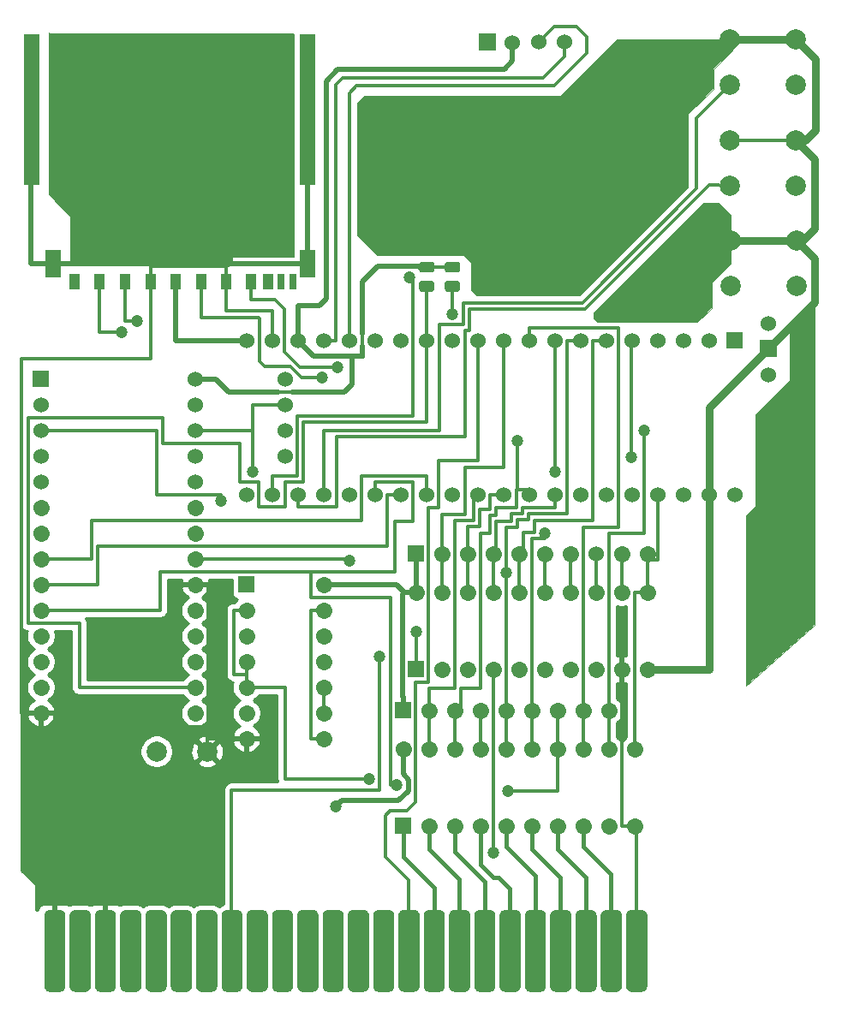
<source format=gtl>
%FSLAX34Y34*%
%MOMM*%
%LNCOPPER_TOP*%
G71*
G01*
%ADD10C, 1.524*%
%ADD11C, 0.000*%
%ADD12C, 2.000*%
%ADD13C, 1.600*%
%ADD14R, 1.000X1.500*%
%ADD15R, 0.700X1.500*%
%ADD16R, 1.500X2.800*%
%ADD17R, 1.500X15.000*%
%ADD18C, 2.000*%
%ADD19C, 1.200*%
%ADD20C, 0.300*%
%ADD21C, 0.800*%
%ADD22C, 0.500*%
%ADD23C, 0.400*%
%ADD24C, 0.254*%
%LPD*%
X686050Y644775D02*
G54D10*
D03*
X660650Y644775D02*
G54D10*
D03*
X635250Y644775D02*
G54D10*
D03*
X609850Y644775D02*
G54D10*
D03*
X584450Y644775D02*
G54D10*
D03*
X559050Y644775D02*
G54D10*
D03*
X533650Y644775D02*
G54D10*
D03*
X508250Y644775D02*
G54D10*
D03*
X482850Y644775D02*
G54D10*
D03*
X457450Y644775D02*
G54D10*
D03*
X432050Y644775D02*
G54D10*
D03*
X406650Y644775D02*
G54D10*
D03*
X381250Y644775D02*
G54D10*
D03*
X355850Y644775D02*
G54D10*
D03*
X330450Y644775D02*
G54D10*
D03*
X305050Y644775D02*
G54D10*
D03*
X279650Y644775D02*
G54D10*
D03*
X254250Y644775D02*
G54D10*
D03*
X228850Y644775D02*
G54D10*
D03*
X711450Y492375D02*
G54D10*
D03*
X686050Y492375D02*
G54D10*
D03*
X660650Y492375D02*
G54D10*
D03*
X635250Y492375D02*
G54D10*
D03*
X609850Y492375D02*
G54D10*
D03*
X584450Y492375D02*
G54D10*
D03*
X559050Y492375D02*
G54D10*
D03*
X533650Y492375D02*
G54D10*
D03*
X508250Y492375D02*
G54D10*
D03*
X482850Y492375D02*
G54D10*
D03*
X457450Y492375D02*
G54D10*
D03*
X432050Y492375D02*
G54D10*
D03*
X406650Y492375D02*
G54D10*
D03*
X381250Y492375D02*
G54D10*
D03*
X355850Y492375D02*
G54D10*
D03*
X330450Y492375D02*
G54D10*
D03*
X305050Y492375D02*
G54D10*
D03*
X279650Y492375D02*
G54D10*
D03*
X254250Y492375D02*
G54D10*
D03*
X228850Y492375D02*
G54D10*
D03*
X266950Y555875D02*
G54D10*
D03*
X266950Y581275D02*
G54D10*
D03*
X266950Y530475D02*
G54D10*
D03*
X266950Y606675D02*
G54D10*
D03*
G36*
X369640Y81501D02*
X370126Y81429D01*
X370601Y81310D01*
X371063Y81144D01*
X371507Y80935D01*
X371928Y80682D01*
X372322Y80390D01*
X372686Y80061D01*
X373015Y79697D01*
X373307Y79303D01*
X373560Y78882D01*
X373769Y78438D01*
X373935Y77976D01*
X374054Y77501D01*
X374126Y77015D01*
X374150Y76525D01*
X374150Y6525D01*
X374126Y6035D01*
X374054Y5549D01*
X373935Y5074D01*
X373769Y4611D01*
X373560Y4168D01*
X373307Y3747D01*
X373015Y3353D01*
X372686Y2989D01*
X372322Y2660D01*
X371928Y2368D01*
X371507Y2115D01*
X371063Y1905D01*
X370601Y1740D01*
X370126Y1621D01*
X369640Y1549D01*
X369150Y1525D01*
X359150Y1525D01*
X358660Y1549D01*
X358175Y1621D01*
X357699Y1740D01*
X357237Y1905D01*
X356793Y2115D01*
X356372Y2368D01*
X355978Y2660D01*
X355614Y2989D01*
X355285Y3353D01*
X354993Y3747D01*
X354740Y4168D01*
X354531Y4611D01*
X354365Y5074D01*
X354246Y5549D01*
X354174Y6035D01*
X354150Y6525D01*
X354150Y76525D01*
X354174Y77015D01*
X354246Y77501D01*
X354365Y77976D01*
X354531Y78438D01*
X354740Y78882D01*
X354993Y79303D01*
X355285Y79697D01*
X355614Y80061D01*
X355978Y80390D01*
X356372Y80682D01*
X356793Y80935D01*
X357237Y81144D01*
X357699Y81310D01*
X358175Y81429D01*
X358660Y81501D01*
X359150Y81525D01*
X369150Y81525D01*
X369640Y81501D01*
G37*
G54D11*
X369640Y81501D02*
X370126Y81429D01*
X370601Y81310D01*
X371063Y81144D01*
X371507Y80935D01*
X371928Y80682D01*
X372322Y80390D01*
X372686Y80061D01*
X373015Y79697D01*
X373307Y79303D01*
X373560Y78882D01*
X373769Y78438D01*
X373935Y77976D01*
X374054Y77501D01*
X374126Y77015D01*
X374150Y76525D01*
X374150Y6525D01*
X374126Y6035D01*
X374054Y5549D01*
X373935Y5074D01*
X373769Y4611D01*
X373560Y4168D01*
X373307Y3747D01*
X373015Y3353D01*
X372686Y2989D01*
X372322Y2660D01*
X371928Y2368D01*
X371507Y2115D01*
X371063Y1905D01*
X370601Y1740D01*
X370126Y1621D01*
X369640Y1549D01*
X369150Y1525D01*
X359150Y1525D01*
X358660Y1549D01*
X358175Y1621D01*
X357699Y1740D01*
X357237Y1905D01*
X356793Y2115D01*
X356372Y2368D01*
X355978Y2660D01*
X355614Y2989D01*
X355285Y3353D01*
X354993Y3747D01*
X354740Y4168D01*
X354531Y4611D01*
X354365Y5074D01*
X354246Y5549D01*
X354174Y6035D01*
X354150Y6525D01*
X354150Y76525D01*
X354174Y77015D01*
X354246Y77501D01*
X354365Y77976D01*
X354531Y78438D01*
X354740Y78882D01*
X354993Y79303D01*
X355285Y79697D01*
X355614Y80061D01*
X355978Y80390D01*
X356372Y80682D01*
X356793Y80935D01*
X357237Y81144D01*
X357699Y81310D01*
X358175Y81429D01*
X358660Y81501D01*
X359150Y81525D01*
X369150Y81525D01*
X369640Y81501D01*
G36*
X344640Y81501D02*
X345126Y81429D01*
X345601Y81310D01*
X346063Y81144D01*
X346507Y80935D01*
X346928Y80682D01*
X347322Y80390D01*
X347686Y80061D01*
X348015Y79697D01*
X348307Y79303D01*
X348560Y78882D01*
X348769Y78438D01*
X348935Y77976D01*
X349054Y77501D01*
X349126Y77015D01*
X349150Y76525D01*
X349150Y6525D01*
X349126Y6035D01*
X349054Y5549D01*
X348935Y5074D01*
X348769Y4611D01*
X348560Y4168D01*
X348307Y3747D01*
X348015Y3353D01*
X347686Y2989D01*
X347322Y2660D01*
X346928Y2368D01*
X346507Y2115D01*
X346063Y1905D01*
X345601Y1740D01*
X345126Y1621D01*
X344640Y1549D01*
X344150Y1525D01*
X334150Y1525D01*
X333660Y1549D01*
X333175Y1621D01*
X332699Y1740D01*
X332237Y1905D01*
X331793Y2115D01*
X331372Y2368D01*
X330978Y2660D01*
X330614Y2989D01*
X330285Y3353D01*
X329993Y3747D01*
X329740Y4168D01*
X329531Y4611D01*
X329365Y5074D01*
X329246Y5549D01*
X329174Y6035D01*
X329150Y6525D01*
X329150Y76525D01*
X329174Y77015D01*
X329246Y77501D01*
X329365Y77976D01*
X329531Y78438D01*
X329740Y78882D01*
X329993Y79303D01*
X330285Y79697D01*
X330614Y80061D01*
X330978Y80390D01*
X331372Y80682D01*
X331793Y80935D01*
X332237Y81144D01*
X332699Y81310D01*
X333175Y81429D01*
X333660Y81501D01*
X334150Y81525D01*
X344150Y81525D01*
X344640Y81501D01*
G37*
G54D11*
X344640Y81501D02*
X345126Y81429D01*
X345601Y81310D01*
X346063Y81144D01*
X346507Y80935D01*
X346928Y80682D01*
X347322Y80390D01*
X347686Y80061D01*
X348015Y79697D01*
X348307Y79303D01*
X348560Y78882D01*
X348769Y78438D01*
X348935Y77976D01*
X349054Y77501D01*
X349126Y77015D01*
X349150Y76525D01*
X349150Y6525D01*
X349126Y6035D01*
X349054Y5549D01*
X348935Y5074D01*
X348769Y4611D01*
X348560Y4168D01*
X348307Y3747D01*
X348015Y3353D01*
X347686Y2989D01*
X347322Y2660D01*
X346928Y2368D01*
X346507Y2115D01*
X346063Y1905D01*
X345601Y1740D01*
X345126Y1621D01*
X344640Y1549D01*
X344150Y1525D01*
X334150Y1525D01*
X333660Y1549D01*
X333175Y1621D01*
X332699Y1740D01*
X332237Y1905D01*
X331793Y2115D01*
X331372Y2368D01*
X330978Y2660D01*
X330614Y2989D01*
X330285Y3353D01*
X329993Y3747D01*
X329740Y4168D01*
X329531Y4611D01*
X329365Y5074D01*
X329246Y5549D01*
X329174Y6035D01*
X329150Y6525D01*
X329150Y76525D01*
X329174Y77015D01*
X329246Y77501D01*
X329365Y77976D01*
X329531Y78438D01*
X329740Y78882D01*
X329993Y79303D01*
X330285Y79697D01*
X330614Y80061D01*
X330978Y80390D01*
X331372Y80682D01*
X331793Y80935D01*
X332237Y81144D01*
X332699Y81310D01*
X333175Y81429D01*
X333660Y81501D01*
X334150Y81525D01*
X344150Y81525D01*
X344640Y81501D01*
G36*
X119640Y81501D02*
X120126Y81429D01*
X120601Y81310D01*
X121063Y81144D01*
X121507Y80935D01*
X121928Y80682D01*
X122322Y80390D01*
X122686Y80061D01*
X123015Y79697D01*
X123307Y79303D01*
X123560Y78882D01*
X123769Y78438D01*
X123935Y77976D01*
X124054Y77501D01*
X124126Y77015D01*
X124150Y76525D01*
X124150Y6525D01*
X124126Y6035D01*
X124054Y5549D01*
X123935Y5074D01*
X123769Y4611D01*
X123560Y4168D01*
X123307Y3747D01*
X123015Y3353D01*
X122686Y2989D01*
X122322Y2660D01*
X121928Y2368D01*
X121507Y2115D01*
X121063Y1905D01*
X120601Y1740D01*
X120126Y1621D01*
X119640Y1549D01*
X119150Y1525D01*
X109150Y1525D01*
X108660Y1549D01*
X108175Y1621D01*
X107699Y1740D01*
X107237Y1905D01*
X106793Y2115D01*
X106372Y2368D01*
X105978Y2660D01*
X105614Y2989D01*
X105285Y3353D01*
X104993Y3747D01*
X104740Y4168D01*
X104531Y4611D01*
X104365Y5074D01*
X104246Y5549D01*
X104174Y6035D01*
X104150Y6525D01*
X104150Y76525D01*
X104174Y77015D01*
X104246Y77501D01*
X104365Y77976D01*
X104531Y78438D01*
X104740Y78882D01*
X104993Y79303D01*
X105285Y79697D01*
X105614Y80061D01*
X105978Y80390D01*
X106372Y80682D01*
X106793Y80935D01*
X107237Y81144D01*
X107699Y81310D01*
X108175Y81429D01*
X108660Y81501D01*
X109150Y81525D01*
X119150Y81525D01*
X119640Y81501D01*
G37*
G54D11*
X119640Y81501D02*
X120126Y81429D01*
X120601Y81310D01*
X121063Y81144D01*
X121507Y80935D01*
X121928Y80682D01*
X122322Y80390D01*
X122686Y80061D01*
X123015Y79697D01*
X123307Y79303D01*
X123560Y78882D01*
X123769Y78438D01*
X123935Y77976D01*
X124054Y77501D01*
X124126Y77015D01*
X124150Y76525D01*
X124150Y6525D01*
X124126Y6035D01*
X124054Y5549D01*
X123935Y5074D01*
X123769Y4611D01*
X123560Y4168D01*
X123307Y3747D01*
X123015Y3353D01*
X122686Y2989D01*
X122322Y2660D01*
X121928Y2368D01*
X121507Y2115D01*
X121063Y1905D01*
X120601Y1740D01*
X120126Y1621D01*
X119640Y1549D01*
X119150Y1525D01*
X109150Y1525D01*
X108660Y1549D01*
X108175Y1621D01*
X107699Y1740D01*
X107237Y1905D01*
X106793Y2115D01*
X106372Y2368D01*
X105978Y2660D01*
X105614Y2989D01*
X105285Y3353D01*
X104993Y3747D01*
X104740Y4168D01*
X104531Y4611D01*
X104365Y5074D01*
X104246Y5549D01*
X104174Y6035D01*
X104150Y6525D01*
X104150Y76525D01*
X104174Y77015D01*
X104246Y77501D01*
X104365Y77976D01*
X104531Y78438D01*
X104740Y78882D01*
X104993Y79303D01*
X105285Y79697D01*
X105614Y80061D01*
X105978Y80390D01*
X106372Y80682D01*
X106793Y80935D01*
X107237Y81144D01*
X107699Y81310D01*
X108175Y81429D01*
X108660Y81501D01*
X109150Y81525D01*
X119150Y81525D01*
X119640Y81501D01*
G36*
X619640Y81501D02*
X620126Y81429D01*
X620601Y81310D01*
X621064Y81144D01*
X621507Y80935D01*
X621928Y80682D01*
X622322Y80390D01*
X622686Y80061D01*
X623015Y79697D01*
X623307Y79303D01*
X623560Y78882D01*
X623769Y78438D01*
X623935Y77976D01*
X624054Y77501D01*
X624126Y77015D01*
X624150Y76525D01*
X624150Y6525D01*
X624126Y6035D01*
X624054Y5549D01*
X623935Y5074D01*
X623769Y4611D01*
X623560Y4168D01*
X623307Y3747D01*
X623015Y3353D01*
X622686Y2989D01*
X622322Y2660D01*
X621928Y2368D01*
X621507Y2115D01*
X621064Y1905D01*
X620601Y1740D01*
X620126Y1621D01*
X619640Y1549D01*
X619150Y1525D01*
X609150Y1525D01*
X608660Y1549D01*
X608175Y1621D01*
X607699Y1740D01*
X607237Y1905D01*
X606793Y2115D01*
X606372Y2368D01*
X605978Y2660D01*
X605614Y2989D01*
X605285Y3353D01*
X604993Y3747D01*
X604740Y4168D01*
X604531Y4611D01*
X604365Y5074D01*
X604246Y5549D01*
X604174Y6035D01*
X604150Y6525D01*
X604150Y76525D01*
X604174Y77015D01*
X604246Y77501D01*
X604365Y77976D01*
X604531Y78438D01*
X604740Y78882D01*
X604993Y79303D01*
X605285Y79697D01*
X605614Y80061D01*
X605978Y80390D01*
X606372Y80682D01*
X606793Y80935D01*
X607237Y81144D01*
X607699Y81310D01*
X608175Y81429D01*
X608660Y81501D01*
X609150Y81525D01*
X619150Y81525D01*
X619640Y81501D01*
G37*
G54D11*
X619640Y81501D02*
X620126Y81429D01*
X620601Y81310D01*
X621064Y81144D01*
X621507Y80935D01*
X621928Y80682D01*
X622322Y80390D01*
X622686Y80061D01*
X623015Y79697D01*
X623307Y79303D01*
X623560Y78882D01*
X623769Y78438D01*
X623935Y77976D01*
X624054Y77501D01*
X624126Y77015D01*
X624150Y76525D01*
X624150Y6525D01*
X624126Y6035D01*
X624054Y5549D01*
X623935Y5074D01*
X623769Y4611D01*
X623560Y4168D01*
X623307Y3747D01*
X623015Y3353D01*
X622686Y2989D01*
X622322Y2660D01*
X621928Y2368D01*
X621507Y2115D01*
X621064Y1905D01*
X620601Y1740D01*
X620126Y1621D01*
X619640Y1549D01*
X619150Y1525D01*
X609150Y1525D01*
X608660Y1549D01*
X608175Y1621D01*
X607699Y1740D01*
X607237Y1905D01*
X606793Y2115D01*
X606372Y2368D01*
X605978Y2660D01*
X605614Y2989D01*
X605285Y3353D01*
X604993Y3747D01*
X604740Y4168D01*
X604531Y4611D01*
X604365Y5074D01*
X604246Y5549D01*
X604174Y6035D01*
X604150Y6525D01*
X604150Y76525D01*
X604174Y77015D01*
X604246Y77501D01*
X604365Y77976D01*
X604531Y78438D01*
X604740Y78882D01*
X604993Y79303D01*
X605285Y79697D01*
X605614Y80061D01*
X605978Y80390D01*
X606372Y80682D01*
X606793Y80935D01*
X607237Y81144D01*
X607699Y81310D01*
X608175Y81429D01*
X608660Y81501D01*
X609150Y81525D01*
X619150Y81525D01*
X619640Y81501D01*
G36*
X444640Y81501D02*
X445126Y81429D01*
X445601Y81310D01*
X446063Y81144D01*
X446507Y80935D01*
X446928Y80682D01*
X447322Y80390D01*
X447686Y80061D01*
X448015Y79697D01*
X448307Y79303D01*
X448560Y78882D01*
X448769Y78438D01*
X448935Y77976D01*
X449054Y77501D01*
X449126Y77015D01*
X449150Y76525D01*
X449150Y6525D01*
X449126Y6035D01*
X449054Y5549D01*
X448935Y5074D01*
X448769Y4611D01*
X448560Y4168D01*
X448307Y3747D01*
X448015Y3353D01*
X447686Y2989D01*
X447322Y2660D01*
X446928Y2368D01*
X446507Y2115D01*
X446063Y1905D01*
X445601Y1740D01*
X445126Y1621D01*
X444640Y1549D01*
X444150Y1525D01*
X434150Y1525D01*
X433660Y1549D01*
X433175Y1621D01*
X432699Y1740D01*
X432237Y1905D01*
X431793Y2115D01*
X431372Y2368D01*
X430978Y2660D01*
X430614Y2989D01*
X430285Y3353D01*
X429993Y3747D01*
X429740Y4168D01*
X429531Y4611D01*
X429365Y5074D01*
X429246Y5549D01*
X429174Y6035D01*
X429150Y6525D01*
X429150Y76525D01*
X429174Y77015D01*
X429246Y77501D01*
X429365Y77976D01*
X429531Y78438D01*
X429740Y78882D01*
X429993Y79303D01*
X430285Y79697D01*
X430614Y80061D01*
X430978Y80390D01*
X431372Y80682D01*
X431793Y80935D01*
X432237Y81144D01*
X432699Y81310D01*
X433175Y81429D01*
X433660Y81501D01*
X434150Y81525D01*
X444150Y81525D01*
X444640Y81501D01*
G37*
G54D11*
X444640Y81501D02*
X445126Y81429D01*
X445601Y81310D01*
X446063Y81144D01*
X446507Y80935D01*
X446928Y80682D01*
X447322Y80390D01*
X447686Y80061D01*
X448015Y79697D01*
X448307Y79303D01*
X448560Y78882D01*
X448769Y78438D01*
X448935Y77976D01*
X449054Y77501D01*
X449126Y77015D01*
X449150Y76525D01*
X449150Y6525D01*
X449126Y6035D01*
X449054Y5549D01*
X448935Y5074D01*
X448769Y4611D01*
X448560Y4168D01*
X448307Y3747D01*
X448015Y3353D01*
X447686Y2989D01*
X447322Y2660D01*
X446928Y2368D01*
X446507Y2115D01*
X446063Y1905D01*
X445601Y1740D01*
X445126Y1621D01*
X444640Y1549D01*
X444150Y1525D01*
X434150Y1525D01*
X433660Y1549D01*
X433175Y1621D01*
X432699Y1740D01*
X432237Y1905D01*
X431793Y2115D01*
X431372Y2368D01*
X430978Y2660D01*
X430614Y2989D01*
X430285Y3353D01*
X429993Y3747D01*
X429740Y4168D01*
X429531Y4611D01*
X429365Y5074D01*
X429246Y5549D01*
X429174Y6035D01*
X429150Y6525D01*
X429150Y76525D01*
X429174Y77015D01*
X429246Y77501D01*
X429365Y77976D01*
X429531Y78438D01*
X429740Y78882D01*
X429993Y79303D01*
X430285Y79697D01*
X430614Y80061D01*
X430978Y80390D01*
X431372Y80682D01*
X431793Y80935D01*
X432237Y81144D01*
X432699Y81310D01*
X433175Y81429D01*
X433660Y81501D01*
X434150Y81525D01*
X444150Y81525D01*
X444640Y81501D01*
G36*
X269640Y81501D02*
X270126Y81429D01*
X270601Y81310D01*
X271063Y81144D01*
X271507Y80935D01*
X271928Y80682D01*
X272322Y80390D01*
X272686Y80061D01*
X273015Y79697D01*
X273307Y79303D01*
X273560Y78882D01*
X273769Y78438D01*
X273935Y77976D01*
X274054Y77501D01*
X274126Y77015D01*
X274150Y76525D01*
X274150Y6525D01*
X274126Y6035D01*
X274054Y5549D01*
X273935Y5074D01*
X273769Y4611D01*
X273560Y4168D01*
X273307Y3747D01*
X273015Y3353D01*
X272686Y2989D01*
X272322Y2660D01*
X271928Y2368D01*
X271507Y2115D01*
X271063Y1905D01*
X270601Y1740D01*
X270126Y1621D01*
X269640Y1549D01*
X269150Y1525D01*
X259150Y1525D01*
X258660Y1549D01*
X258175Y1621D01*
X257699Y1740D01*
X257237Y1905D01*
X256793Y2115D01*
X256372Y2368D01*
X255978Y2660D01*
X255614Y2989D01*
X255285Y3353D01*
X254993Y3747D01*
X254740Y4168D01*
X254531Y4611D01*
X254365Y5074D01*
X254246Y5549D01*
X254174Y6035D01*
X254150Y6525D01*
X254150Y76525D01*
X254174Y77015D01*
X254246Y77501D01*
X254365Y77976D01*
X254531Y78438D01*
X254740Y78882D01*
X254993Y79303D01*
X255285Y79697D01*
X255614Y80061D01*
X255978Y80390D01*
X256372Y80682D01*
X256793Y80935D01*
X257237Y81144D01*
X257699Y81310D01*
X258175Y81429D01*
X258660Y81501D01*
X259150Y81525D01*
X269150Y81525D01*
X269640Y81501D01*
G37*
G54D11*
X269640Y81501D02*
X270126Y81429D01*
X270601Y81310D01*
X271063Y81144D01*
X271507Y80935D01*
X271928Y80682D01*
X272322Y80390D01*
X272686Y80061D01*
X273015Y79697D01*
X273307Y79303D01*
X273560Y78882D01*
X273769Y78438D01*
X273935Y77976D01*
X274054Y77501D01*
X274126Y77015D01*
X274150Y76525D01*
X274150Y6525D01*
X274126Y6035D01*
X274054Y5549D01*
X273935Y5074D01*
X273769Y4611D01*
X273560Y4168D01*
X273307Y3747D01*
X273015Y3353D01*
X272686Y2989D01*
X272322Y2660D01*
X271928Y2368D01*
X271507Y2115D01*
X271063Y1905D01*
X270601Y1740D01*
X270126Y1621D01*
X269640Y1549D01*
X269150Y1525D01*
X259150Y1525D01*
X258660Y1549D01*
X258175Y1621D01*
X257699Y1740D01*
X257237Y1905D01*
X256793Y2115D01*
X256372Y2368D01*
X255978Y2660D01*
X255614Y2989D01*
X255285Y3353D01*
X254993Y3747D01*
X254740Y4168D01*
X254531Y4611D01*
X254365Y5074D01*
X254246Y5549D01*
X254174Y6035D01*
X254150Y6525D01*
X254150Y76525D01*
X254174Y77015D01*
X254246Y77501D01*
X254365Y77976D01*
X254531Y78438D01*
X254740Y78882D01*
X254993Y79303D01*
X255285Y79697D01*
X255614Y80061D01*
X255978Y80390D01*
X256372Y80682D01*
X256793Y80935D01*
X257237Y81144D01*
X257699Y81310D01*
X258175Y81429D01*
X258660Y81501D01*
X259150Y81525D01*
X269150Y81525D01*
X269640Y81501D01*
G36*
X69640Y81501D02*
X70125Y81429D01*
X70601Y81310D01*
X71063Y81144D01*
X71507Y80935D01*
X71928Y80682D01*
X72322Y80390D01*
X72686Y80061D01*
X73015Y79697D01*
X73307Y79303D01*
X73560Y78882D01*
X73769Y78438D01*
X73935Y77976D01*
X74054Y77501D01*
X74126Y77015D01*
X74150Y76525D01*
X74150Y6525D01*
X74126Y6035D01*
X74054Y5549D01*
X73935Y5074D01*
X73769Y4611D01*
X73560Y4168D01*
X73307Y3747D01*
X73015Y3353D01*
X72686Y2989D01*
X72322Y2660D01*
X71928Y2368D01*
X71507Y2115D01*
X71063Y1905D01*
X70601Y1740D01*
X70125Y1621D01*
X69640Y1549D01*
X69150Y1525D01*
X59150Y1525D01*
X58660Y1549D01*
X58175Y1621D01*
X57699Y1740D01*
X57237Y1905D01*
X56793Y2115D01*
X56372Y2368D01*
X55978Y2660D01*
X55614Y2989D01*
X55285Y3353D01*
X54993Y3747D01*
X54740Y4168D01*
X54531Y4611D01*
X54365Y5074D01*
X54246Y5549D01*
X54174Y6035D01*
X54150Y6525D01*
X54150Y76525D01*
X54174Y77015D01*
X54246Y77501D01*
X54365Y77976D01*
X54531Y78438D01*
X54740Y78882D01*
X54993Y79303D01*
X55285Y79697D01*
X55614Y80061D01*
X55978Y80390D01*
X56372Y80682D01*
X56793Y80935D01*
X57237Y81144D01*
X57699Y81310D01*
X58175Y81429D01*
X58660Y81501D01*
X59150Y81525D01*
X69150Y81525D01*
X69640Y81501D01*
G37*
G54D11*
X69640Y81501D02*
X70125Y81429D01*
X70601Y81310D01*
X71063Y81144D01*
X71507Y80935D01*
X71928Y80682D01*
X72322Y80390D01*
X72686Y80061D01*
X73015Y79697D01*
X73307Y79303D01*
X73560Y78882D01*
X73769Y78438D01*
X73935Y77976D01*
X74054Y77501D01*
X74126Y77015D01*
X74150Y76525D01*
X74150Y6525D01*
X74126Y6035D01*
X74054Y5549D01*
X73935Y5074D01*
X73769Y4611D01*
X73560Y4168D01*
X73307Y3747D01*
X73015Y3353D01*
X72686Y2989D01*
X72322Y2660D01*
X71928Y2368D01*
X71507Y2115D01*
X71063Y1905D01*
X70601Y1740D01*
X70125Y1621D01*
X69640Y1549D01*
X69150Y1525D01*
X59150Y1525D01*
X58660Y1549D01*
X58175Y1621D01*
X57699Y1740D01*
X57237Y1905D01*
X56793Y2115D01*
X56372Y2368D01*
X55978Y2660D01*
X55614Y2989D01*
X55285Y3353D01*
X54993Y3747D01*
X54740Y4168D01*
X54531Y4611D01*
X54365Y5074D01*
X54246Y5549D01*
X54174Y6035D01*
X54150Y6525D01*
X54150Y76525D01*
X54174Y77015D01*
X54246Y77501D01*
X54365Y77976D01*
X54531Y78438D01*
X54740Y78882D01*
X54993Y79303D01*
X55285Y79697D01*
X55614Y80061D01*
X55978Y80390D01*
X56372Y80682D01*
X56793Y80935D01*
X57237Y81144D01*
X57699Y81310D01*
X58175Y81429D01*
X58660Y81501D01*
X59150Y81525D01*
X69150Y81525D01*
X69640Y81501D01*
G36*
X319640Y81501D02*
X320126Y81429D01*
X320601Y81310D01*
X321063Y81144D01*
X321507Y80935D01*
X321928Y80682D01*
X322322Y80390D01*
X322686Y80061D01*
X323015Y79697D01*
X323307Y79303D01*
X323560Y78882D01*
X323769Y78438D01*
X323935Y77976D01*
X324054Y77501D01*
X324126Y77015D01*
X324150Y76525D01*
X324150Y6525D01*
X324126Y6035D01*
X324054Y5549D01*
X323935Y5074D01*
X323769Y4611D01*
X323560Y4168D01*
X323307Y3747D01*
X323015Y3353D01*
X322686Y2989D01*
X322322Y2660D01*
X321928Y2368D01*
X321507Y2115D01*
X321063Y1905D01*
X320601Y1740D01*
X320126Y1621D01*
X319640Y1549D01*
X319150Y1525D01*
X309150Y1525D01*
X308660Y1549D01*
X308175Y1621D01*
X307699Y1740D01*
X307237Y1905D01*
X306793Y2115D01*
X306372Y2368D01*
X305978Y2660D01*
X305614Y2989D01*
X305285Y3353D01*
X304993Y3747D01*
X304740Y4168D01*
X304531Y4611D01*
X304365Y5074D01*
X304246Y5549D01*
X304174Y6035D01*
X304150Y6525D01*
X304150Y76525D01*
X304174Y77015D01*
X304246Y77501D01*
X304365Y77976D01*
X304531Y78438D01*
X304740Y78882D01*
X304993Y79303D01*
X305285Y79697D01*
X305614Y80061D01*
X305978Y80390D01*
X306372Y80682D01*
X306793Y80935D01*
X307237Y81144D01*
X307699Y81310D01*
X308175Y81429D01*
X308660Y81501D01*
X309150Y81525D01*
X319150Y81525D01*
X319640Y81501D01*
G37*
G54D11*
X319640Y81501D02*
X320126Y81429D01*
X320601Y81310D01*
X321063Y81144D01*
X321507Y80935D01*
X321928Y80682D01*
X322322Y80390D01*
X322686Y80061D01*
X323015Y79697D01*
X323307Y79303D01*
X323560Y78882D01*
X323769Y78438D01*
X323935Y77976D01*
X324054Y77501D01*
X324126Y77015D01*
X324150Y76525D01*
X324150Y6525D01*
X324126Y6035D01*
X324054Y5549D01*
X323935Y5074D01*
X323769Y4611D01*
X323560Y4168D01*
X323307Y3747D01*
X323015Y3353D01*
X322686Y2989D01*
X322322Y2660D01*
X321928Y2368D01*
X321507Y2115D01*
X321063Y1905D01*
X320601Y1740D01*
X320126Y1621D01*
X319640Y1549D01*
X319150Y1525D01*
X309150Y1525D01*
X308660Y1549D01*
X308175Y1621D01*
X307699Y1740D01*
X307237Y1905D01*
X306793Y2115D01*
X306372Y2368D01*
X305978Y2660D01*
X305614Y2989D01*
X305285Y3353D01*
X304993Y3747D01*
X304740Y4168D01*
X304531Y4611D01*
X304365Y5074D01*
X304246Y5549D01*
X304174Y6035D01*
X304150Y6525D01*
X304150Y76525D01*
X304174Y77015D01*
X304246Y77501D01*
X304365Y77976D01*
X304531Y78438D01*
X304740Y78882D01*
X304993Y79303D01*
X305285Y79697D01*
X305614Y80061D01*
X305978Y80390D01*
X306372Y80682D01*
X306793Y80935D01*
X307237Y81144D01*
X307699Y81310D01*
X308175Y81429D01*
X308660Y81501D01*
X309150Y81525D01*
X319150Y81525D01*
X319640Y81501D01*
G36*
X469640Y81501D02*
X470126Y81429D01*
X470601Y81310D01*
X471063Y81144D01*
X471507Y80935D01*
X471928Y80682D01*
X472322Y80390D01*
X472686Y80061D01*
X473015Y79697D01*
X473307Y79303D01*
X473560Y78882D01*
X473769Y78438D01*
X473935Y77976D01*
X474054Y77501D01*
X474126Y77015D01*
X474150Y76525D01*
X474150Y6525D01*
X474126Y6035D01*
X474054Y5549D01*
X473935Y5074D01*
X473769Y4611D01*
X473560Y4168D01*
X473307Y3747D01*
X473015Y3353D01*
X472686Y2989D01*
X472322Y2660D01*
X471928Y2368D01*
X471507Y2115D01*
X471063Y1905D01*
X470601Y1740D01*
X470126Y1621D01*
X469640Y1549D01*
X469150Y1525D01*
X459150Y1525D01*
X458660Y1549D01*
X458175Y1621D01*
X457699Y1740D01*
X457237Y1905D01*
X456793Y2115D01*
X456372Y2368D01*
X455978Y2660D01*
X455614Y2989D01*
X455285Y3353D01*
X454993Y3747D01*
X454740Y4168D01*
X454531Y4611D01*
X454365Y5074D01*
X454246Y5549D01*
X454174Y6035D01*
X454150Y6525D01*
X454150Y76525D01*
X454174Y77015D01*
X454246Y77501D01*
X454365Y77976D01*
X454531Y78438D01*
X454740Y78882D01*
X454993Y79303D01*
X455285Y79697D01*
X455614Y80061D01*
X455978Y80390D01*
X456372Y80682D01*
X456793Y80935D01*
X457237Y81144D01*
X457699Y81310D01*
X458175Y81429D01*
X458660Y81501D01*
X459150Y81525D01*
X469150Y81525D01*
X469640Y81501D01*
G37*
G54D11*
X469640Y81501D02*
X470126Y81429D01*
X470601Y81310D01*
X471063Y81144D01*
X471507Y80935D01*
X471928Y80682D01*
X472322Y80390D01*
X472686Y80061D01*
X473015Y79697D01*
X473307Y79303D01*
X473560Y78882D01*
X473769Y78438D01*
X473935Y77976D01*
X474054Y77501D01*
X474126Y77015D01*
X474150Y76525D01*
X474150Y6525D01*
X474126Y6035D01*
X474054Y5549D01*
X473935Y5074D01*
X473769Y4611D01*
X473560Y4168D01*
X473307Y3747D01*
X473015Y3353D01*
X472686Y2989D01*
X472322Y2660D01*
X471928Y2368D01*
X471507Y2115D01*
X471063Y1905D01*
X470601Y1740D01*
X470126Y1621D01*
X469640Y1549D01*
X469150Y1525D01*
X459150Y1525D01*
X458660Y1549D01*
X458175Y1621D01*
X457699Y1740D01*
X457237Y1905D01*
X456793Y2115D01*
X456372Y2368D01*
X455978Y2660D01*
X455614Y2989D01*
X455285Y3353D01*
X454993Y3747D01*
X454740Y4168D01*
X454531Y4611D01*
X454365Y5074D01*
X454246Y5549D01*
X454174Y6035D01*
X454150Y6525D01*
X454150Y76525D01*
X454174Y77015D01*
X454246Y77501D01*
X454365Y77976D01*
X454531Y78438D01*
X454740Y78882D01*
X454993Y79303D01*
X455285Y79697D01*
X455614Y80061D01*
X455978Y80390D01*
X456372Y80682D01*
X456793Y80935D01*
X457237Y81144D01*
X457699Y81310D01*
X458175Y81429D01*
X458660Y81501D01*
X459150Y81525D01*
X469150Y81525D01*
X469640Y81501D01*
G36*
X219640Y81501D02*
X220126Y81429D01*
X220601Y81310D01*
X221063Y81144D01*
X221507Y80935D01*
X221928Y80682D01*
X222322Y80390D01*
X222686Y80061D01*
X223015Y79697D01*
X223307Y79303D01*
X223560Y78882D01*
X223769Y78438D01*
X223935Y77976D01*
X224054Y77501D01*
X224126Y77015D01*
X224150Y76525D01*
X224150Y6525D01*
X224126Y6035D01*
X224054Y5549D01*
X223935Y5074D01*
X223769Y4611D01*
X223560Y4168D01*
X223307Y3747D01*
X223015Y3353D01*
X222686Y2989D01*
X222322Y2660D01*
X221928Y2368D01*
X221507Y2115D01*
X221063Y1905D01*
X220601Y1740D01*
X220126Y1621D01*
X219640Y1549D01*
X219150Y1525D01*
X209150Y1525D01*
X208660Y1549D01*
X208175Y1621D01*
X207699Y1740D01*
X207237Y1905D01*
X206793Y2115D01*
X206372Y2368D01*
X205978Y2660D01*
X205614Y2989D01*
X205285Y3353D01*
X204993Y3747D01*
X204740Y4168D01*
X204531Y4611D01*
X204365Y5074D01*
X204246Y5549D01*
X204174Y6035D01*
X204150Y6525D01*
X204150Y76525D01*
X204174Y77015D01*
X204246Y77501D01*
X204365Y77976D01*
X204531Y78438D01*
X204740Y78882D01*
X204993Y79303D01*
X205285Y79697D01*
X205614Y80061D01*
X205978Y80390D01*
X206372Y80682D01*
X206793Y80935D01*
X207237Y81144D01*
X207699Y81310D01*
X208175Y81429D01*
X208660Y81501D01*
X209150Y81525D01*
X219150Y81525D01*
X219640Y81501D01*
G37*
G54D11*
X219640Y81501D02*
X220126Y81429D01*
X220601Y81310D01*
X221063Y81144D01*
X221507Y80935D01*
X221928Y80682D01*
X222322Y80390D01*
X222686Y80061D01*
X223015Y79697D01*
X223307Y79303D01*
X223560Y78882D01*
X223769Y78438D01*
X223935Y77976D01*
X224054Y77501D01*
X224126Y77015D01*
X224150Y76525D01*
X224150Y6525D01*
X224126Y6035D01*
X224054Y5549D01*
X223935Y5074D01*
X223769Y4611D01*
X223560Y4168D01*
X223307Y3747D01*
X223015Y3353D01*
X222686Y2989D01*
X222322Y2660D01*
X221928Y2368D01*
X221507Y2115D01*
X221063Y1905D01*
X220601Y1740D01*
X220126Y1621D01*
X219640Y1549D01*
X219150Y1525D01*
X209150Y1525D01*
X208660Y1549D01*
X208175Y1621D01*
X207699Y1740D01*
X207237Y1905D01*
X206793Y2115D01*
X206372Y2368D01*
X205978Y2660D01*
X205614Y2989D01*
X205285Y3353D01*
X204993Y3747D01*
X204740Y4168D01*
X204531Y4611D01*
X204365Y5074D01*
X204246Y5549D01*
X204174Y6035D01*
X204150Y6525D01*
X204150Y76525D01*
X204174Y77015D01*
X204246Y77501D01*
X204365Y77976D01*
X204531Y78438D01*
X204740Y78882D01*
X204993Y79303D01*
X205285Y79697D01*
X205614Y80061D01*
X205978Y80390D01*
X206372Y80682D01*
X206793Y80935D01*
X207237Y81144D01*
X207699Y81310D01*
X208175Y81429D01*
X208660Y81501D01*
X209150Y81525D01*
X219150Y81525D01*
X219640Y81501D01*
G36*
X294640Y81501D02*
X295126Y81429D01*
X295601Y81310D01*
X296063Y81144D01*
X296507Y80935D01*
X296928Y80682D01*
X297322Y80390D01*
X297686Y80061D01*
X298015Y79697D01*
X298307Y79303D01*
X298560Y78882D01*
X298769Y78438D01*
X298935Y77976D01*
X299054Y77501D01*
X299126Y77015D01*
X299150Y76525D01*
X299150Y6525D01*
X299126Y6035D01*
X299054Y5549D01*
X298935Y5074D01*
X298769Y4611D01*
X298560Y4168D01*
X298307Y3747D01*
X298015Y3353D01*
X297686Y2989D01*
X297322Y2660D01*
X296928Y2368D01*
X296507Y2115D01*
X296063Y1905D01*
X295601Y1740D01*
X295126Y1621D01*
X294640Y1549D01*
X294150Y1525D01*
X284150Y1525D01*
X283660Y1549D01*
X283175Y1621D01*
X282699Y1740D01*
X282237Y1905D01*
X281793Y2115D01*
X281372Y2368D01*
X280978Y2660D01*
X280614Y2989D01*
X280285Y3353D01*
X279993Y3747D01*
X279740Y4168D01*
X279531Y4611D01*
X279365Y5074D01*
X279246Y5549D01*
X279174Y6035D01*
X279150Y6525D01*
X279150Y76525D01*
X279174Y77015D01*
X279246Y77501D01*
X279365Y77976D01*
X279531Y78438D01*
X279740Y78882D01*
X279993Y79303D01*
X280285Y79697D01*
X280614Y80061D01*
X280978Y80390D01*
X281372Y80682D01*
X281793Y80935D01*
X282237Y81144D01*
X282699Y81310D01*
X283175Y81429D01*
X283660Y81501D01*
X284150Y81525D01*
X294150Y81525D01*
X294640Y81501D01*
G37*
G54D11*
X294640Y81501D02*
X295126Y81429D01*
X295601Y81310D01*
X296063Y81144D01*
X296507Y80935D01*
X296928Y80682D01*
X297322Y80390D01*
X297686Y80061D01*
X298015Y79697D01*
X298307Y79303D01*
X298560Y78882D01*
X298769Y78438D01*
X298935Y77976D01*
X299054Y77501D01*
X299126Y77015D01*
X299150Y76525D01*
X299150Y6525D01*
X299126Y6035D01*
X299054Y5549D01*
X298935Y5074D01*
X298769Y4611D01*
X298560Y4168D01*
X298307Y3747D01*
X298015Y3353D01*
X297686Y2989D01*
X297322Y2660D01*
X296928Y2368D01*
X296507Y2115D01*
X296063Y1905D01*
X295601Y1740D01*
X295126Y1621D01*
X294640Y1549D01*
X294150Y1525D01*
X284150Y1525D01*
X283660Y1549D01*
X283175Y1621D01*
X282699Y1740D01*
X282237Y1905D01*
X281793Y2115D01*
X281372Y2368D01*
X280978Y2660D01*
X280614Y2989D01*
X280285Y3353D01*
X279993Y3747D01*
X279740Y4168D01*
X279531Y4611D01*
X279365Y5074D01*
X279246Y5549D01*
X279174Y6035D01*
X279150Y6525D01*
X279150Y76525D01*
X279174Y77015D01*
X279246Y77501D01*
X279365Y77976D01*
X279531Y78438D01*
X279740Y78882D01*
X279993Y79303D01*
X280285Y79697D01*
X280614Y80061D01*
X280978Y80390D01*
X281372Y80682D01*
X281793Y80935D01*
X282237Y81144D01*
X282699Y81310D01*
X283175Y81429D01*
X283660Y81501D01*
X284150Y81525D01*
X294150Y81525D01*
X294640Y81501D01*
G36*
X419640Y81501D02*
X420126Y81429D01*
X420601Y81310D01*
X421063Y81144D01*
X421507Y80935D01*
X421928Y80682D01*
X422322Y80390D01*
X422686Y80061D01*
X423015Y79697D01*
X423307Y79303D01*
X423560Y78882D01*
X423769Y78438D01*
X423935Y77976D01*
X424054Y77501D01*
X424126Y77015D01*
X424150Y76525D01*
X424150Y6525D01*
X424126Y6035D01*
X424054Y5549D01*
X423935Y5074D01*
X423769Y4611D01*
X423560Y4168D01*
X423307Y3747D01*
X423015Y3353D01*
X422686Y2989D01*
X422322Y2660D01*
X421928Y2368D01*
X421507Y2115D01*
X421063Y1905D01*
X420601Y1740D01*
X420126Y1621D01*
X419640Y1549D01*
X419150Y1525D01*
X409150Y1525D01*
X408660Y1549D01*
X408175Y1621D01*
X407699Y1740D01*
X407237Y1905D01*
X406793Y2115D01*
X406372Y2368D01*
X405978Y2660D01*
X405614Y2989D01*
X405285Y3353D01*
X404993Y3747D01*
X404740Y4168D01*
X404531Y4611D01*
X404365Y5074D01*
X404246Y5549D01*
X404174Y6035D01*
X404150Y6525D01*
X404150Y76525D01*
X404174Y77015D01*
X404246Y77501D01*
X404365Y77976D01*
X404531Y78438D01*
X404740Y78882D01*
X404993Y79303D01*
X405285Y79697D01*
X405614Y80061D01*
X405978Y80390D01*
X406372Y80682D01*
X406793Y80935D01*
X407237Y81144D01*
X407699Y81310D01*
X408175Y81429D01*
X408660Y81501D01*
X409150Y81525D01*
X419150Y81525D01*
X419640Y81501D01*
G37*
G54D11*
X419640Y81501D02*
X420126Y81429D01*
X420601Y81310D01*
X421063Y81144D01*
X421507Y80935D01*
X421928Y80682D01*
X422322Y80390D01*
X422686Y80061D01*
X423015Y79697D01*
X423307Y79303D01*
X423560Y78882D01*
X423769Y78438D01*
X423935Y77976D01*
X424054Y77501D01*
X424126Y77015D01*
X424150Y76525D01*
X424150Y6525D01*
X424126Y6035D01*
X424054Y5549D01*
X423935Y5074D01*
X423769Y4611D01*
X423560Y4168D01*
X423307Y3747D01*
X423015Y3353D01*
X422686Y2989D01*
X422322Y2660D01*
X421928Y2368D01*
X421507Y2115D01*
X421063Y1905D01*
X420601Y1740D01*
X420126Y1621D01*
X419640Y1549D01*
X419150Y1525D01*
X409150Y1525D01*
X408660Y1549D01*
X408175Y1621D01*
X407699Y1740D01*
X407237Y1905D01*
X406793Y2115D01*
X406372Y2368D01*
X405978Y2660D01*
X405614Y2989D01*
X405285Y3353D01*
X404993Y3747D01*
X404740Y4168D01*
X404531Y4611D01*
X404365Y5074D01*
X404246Y5549D01*
X404174Y6035D01*
X404150Y6525D01*
X404150Y76525D01*
X404174Y77015D01*
X404246Y77501D01*
X404365Y77976D01*
X404531Y78438D01*
X404740Y78882D01*
X404993Y79303D01*
X405285Y79697D01*
X405614Y80061D01*
X405978Y80390D01*
X406372Y80682D01*
X406793Y80935D01*
X407237Y81144D01*
X407699Y81310D01*
X408175Y81429D01*
X408660Y81501D01*
X409150Y81525D01*
X419150Y81525D01*
X419640Y81501D01*
G36*
X194640Y81501D02*
X195126Y81429D01*
X195601Y81310D01*
X196063Y81144D01*
X196507Y80935D01*
X196928Y80682D01*
X197322Y80390D01*
X197686Y80061D01*
X198015Y79697D01*
X198307Y79303D01*
X198560Y78882D01*
X198769Y78438D01*
X198935Y77976D01*
X199054Y77501D01*
X199126Y77015D01*
X199150Y76525D01*
X199150Y6525D01*
X199126Y6035D01*
X199054Y5549D01*
X198935Y5074D01*
X198769Y4611D01*
X198560Y4168D01*
X198307Y3747D01*
X198015Y3353D01*
X197686Y2989D01*
X197322Y2660D01*
X196928Y2368D01*
X196507Y2115D01*
X196063Y1905D01*
X195601Y1740D01*
X195126Y1621D01*
X194640Y1549D01*
X194150Y1525D01*
X184150Y1525D01*
X183660Y1549D01*
X183175Y1621D01*
X182699Y1740D01*
X182237Y1905D01*
X181793Y2115D01*
X181372Y2368D01*
X180978Y2660D01*
X180614Y2989D01*
X180285Y3353D01*
X179993Y3747D01*
X179740Y4168D01*
X179531Y4611D01*
X179365Y5074D01*
X179246Y5549D01*
X179174Y6035D01*
X179150Y6525D01*
X179150Y76525D01*
X179174Y77015D01*
X179246Y77501D01*
X179365Y77976D01*
X179531Y78438D01*
X179740Y78882D01*
X179993Y79303D01*
X180285Y79697D01*
X180614Y80061D01*
X180978Y80390D01*
X181372Y80682D01*
X181793Y80935D01*
X182237Y81144D01*
X182699Y81310D01*
X183175Y81429D01*
X183660Y81501D01*
X184150Y81525D01*
X194150Y81525D01*
X194640Y81501D01*
G37*
G54D11*
X194640Y81501D02*
X195126Y81429D01*
X195601Y81310D01*
X196063Y81144D01*
X196507Y80935D01*
X196928Y80682D01*
X197322Y80390D01*
X197686Y80061D01*
X198015Y79697D01*
X198307Y79303D01*
X198560Y78882D01*
X198769Y78438D01*
X198935Y77976D01*
X199054Y77501D01*
X199126Y77015D01*
X199150Y76525D01*
X199150Y6525D01*
X199126Y6035D01*
X199054Y5549D01*
X198935Y5074D01*
X198769Y4611D01*
X198560Y4168D01*
X198307Y3747D01*
X198015Y3353D01*
X197686Y2989D01*
X197322Y2660D01*
X196928Y2368D01*
X196507Y2115D01*
X196063Y1905D01*
X195601Y1740D01*
X195126Y1621D01*
X194640Y1549D01*
X194150Y1525D01*
X184150Y1525D01*
X183660Y1549D01*
X183175Y1621D01*
X182699Y1740D01*
X182237Y1905D01*
X181793Y2115D01*
X181372Y2368D01*
X180978Y2660D01*
X180614Y2989D01*
X180285Y3353D01*
X179993Y3747D01*
X179740Y4168D01*
X179531Y4611D01*
X179365Y5074D01*
X179246Y5549D01*
X179174Y6035D01*
X179150Y6525D01*
X179150Y76525D01*
X179174Y77015D01*
X179246Y77501D01*
X179365Y77976D01*
X179531Y78438D01*
X179740Y78882D01*
X179993Y79303D01*
X180285Y79697D01*
X180614Y80061D01*
X180978Y80390D01*
X181372Y80682D01*
X181793Y80935D01*
X182237Y81144D01*
X182699Y81310D01*
X183175Y81429D01*
X183660Y81501D01*
X184150Y81525D01*
X194150Y81525D01*
X194640Y81501D01*
G36*
X569640Y81501D02*
X570126Y81429D01*
X570601Y81310D01*
X571064Y81144D01*
X571507Y80935D01*
X571928Y80682D01*
X572322Y80390D01*
X572686Y80061D01*
X573015Y79697D01*
X573307Y79303D01*
X573560Y78882D01*
X573769Y78438D01*
X573935Y77976D01*
X574054Y77501D01*
X574126Y77015D01*
X574150Y76525D01*
X574150Y6525D01*
X574126Y6035D01*
X574054Y5549D01*
X573935Y5074D01*
X573769Y4611D01*
X573560Y4168D01*
X573307Y3747D01*
X573015Y3353D01*
X572686Y2989D01*
X572322Y2660D01*
X571928Y2368D01*
X571507Y2115D01*
X571064Y1905D01*
X570601Y1740D01*
X570126Y1621D01*
X569640Y1549D01*
X569150Y1525D01*
X559150Y1525D01*
X558660Y1549D01*
X558175Y1621D01*
X557699Y1740D01*
X557237Y1905D01*
X556793Y2115D01*
X556372Y2368D01*
X555978Y2660D01*
X555614Y2989D01*
X555285Y3353D01*
X554993Y3747D01*
X554740Y4168D01*
X554531Y4611D01*
X554365Y5074D01*
X554246Y5549D01*
X554174Y6035D01*
X554150Y6525D01*
X554150Y76525D01*
X554174Y77015D01*
X554246Y77501D01*
X554365Y77976D01*
X554531Y78438D01*
X554740Y78882D01*
X554993Y79303D01*
X555285Y79697D01*
X555614Y80061D01*
X555978Y80390D01*
X556372Y80682D01*
X556793Y80935D01*
X557237Y81144D01*
X557699Y81310D01*
X558175Y81429D01*
X558660Y81501D01*
X559150Y81525D01*
X569150Y81525D01*
X569640Y81501D01*
G37*
G54D11*
X569640Y81501D02*
X570126Y81429D01*
X570601Y81310D01*
X571064Y81144D01*
X571507Y80935D01*
X571928Y80682D01*
X572322Y80390D01*
X572686Y80061D01*
X573015Y79697D01*
X573307Y79303D01*
X573560Y78882D01*
X573769Y78438D01*
X573935Y77976D01*
X574054Y77501D01*
X574126Y77015D01*
X574150Y76525D01*
X574150Y6525D01*
X574126Y6035D01*
X574054Y5549D01*
X573935Y5074D01*
X573769Y4611D01*
X573560Y4168D01*
X573307Y3747D01*
X573015Y3353D01*
X572686Y2989D01*
X572322Y2660D01*
X571928Y2368D01*
X571507Y2115D01*
X571064Y1905D01*
X570601Y1740D01*
X570126Y1621D01*
X569640Y1549D01*
X569150Y1525D01*
X559150Y1525D01*
X558660Y1549D01*
X558175Y1621D01*
X557699Y1740D01*
X557237Y1905D01*
X556793Y2115D01*
X556372Y2368D01*
X555978Y2660D01*
X555614Y2989D01*
X555285Y3353D01*
X554993Y3747D01*
X554740Y4168D01*
X554531Y4611D01*
X554365Y5074D01*
X554246Y5549D01*
X554174Y6035D01*
X554150Y6525D01*
X554150Y76525D01*
X554174Y77015D01*
X554246Y77501D01*
X554365Y77976D01*
X554531Y78438D01*
X554740Y78882D01*
X554993Y79303D01*
X555285Y79697D01*
X555614Y80061D01*
X555978Y80390D01*
X556372Y80682D01*
X556793Y80935D01*
X557237Y81144D01*
X557699Y81310D01*
X558175Y81429D01*
X558660Y81501D01*
X559150Y81525D01*
X569150Y81525D01*
X569640Y81501D01*
G36*
X144640Y81501D02*
X145126Y81429D01*
X145601Y81310D01*
X146063Y81144D01*
X146507Y80935D01*
X146928Y80682D01*
X147322Y80390D01*
X147686Y80061D01*
X148015Y79697D01*
X148307Y79303D01*
X148560Y78882D01*
X148769Y78438D01*
X148935Y77976D01*
X149054Y77501D01*
X149126Y77015D01*
X149150Y76525D01*
X149150Y6525D01*
X149126Y6035D01*
X149054Y5549D01*
X148935Y5074D01*
X148769Y4611D01*
X148560Y4168D01*
X148307Y3747D01*
X148015Y3353D01*
X147686Y2989D01*
X147322Y2660D01*
X146928Y2368D01*
X146507Y2115D01*
X146063Y1905D01*
X145601Y1740D01*
X145126Y1621D01*
X144640Y1549D01*
X144150Y1525D01*
X134150Y1525D01*
X133660Y1549D01*
X133175Y1621D01*
X132699Y1740D01*
X132237Y1905D01*
X131793Y2115D01*
X131372Y2368D01*
X130978Y2660D01*
X130614Y2989D01*
X130285Y3353D01*
X129993Y3747D01*
X129740Y4168D01*
X129531Y4611D01*
X129365Y5074D01*
X129246Y5549D01*
X129174Y6035D01*
X129150Y6525D01*
X129150Y76525D01*
X129174Y77015D01*
X129246Y77501D01*
X129365Y77976D01*
X129531Y78438D01*
X129740Y78882D01*
X129993Y79303D01*
X130285Y79697D01*
X130614Y80061D01*
X130978Y80390D01*
X131372Y80682D01*
X131793Y80935D01*
X132237Y81144D01*
X132699Y81310D01*
X133175Y81429D01*
X133660Y81501D01*
X134150Y81525D01*
X144150Y81525D01*
X144640Y81501D01*
G37*
G54D11*
X144640Y81501D02*
X145126Y81429D01*
X145601Y81310D01*
X146063Y81144D01*
X146507Y80935D01*
X146928Y80682D01*
X147322Y80390D01*
X147686Y80061D01*
X148015Y79697D01*
X148307Y79303D01*
X148560Y78882D01*
X148769Y78438D01*
X148935Y77976D01*
X149054Y77501D01*
X149126Y77015D01*
X149150Y76525D01*
X149150Y6525D01*
X149126Y6035D01*
X149054Y5549D01*
X148935Y5074D01*
X148769Y4611D01*
X148560Y4168D01*
X148307Y3747D01*
X148015Y3353D01*
X147686Y2989D01*
X147322Y2660D01*
X146928Y2368D01*
X146507Y2115D01*
X146063Y1905D01*
X145601Y1740D01*
X145126Y1621D01*
X144640Y1549D01*
X144150Y1525D01*
X134150Y1525D01*
X133660Y1549D01*
X133175Y1621D01*
X132699Y1740D01*
X132237Y1905D01*
X131793Y2115D01*
X131372Y2368D01*
X130978Y2660D01*
X130614Y2989D01*
X130285Y3353D01*
X129993Y3747D01*
X129740Y4168D01*
X129531Y4611D01*
X129365Y5074D01*
X129246Y5549D01*
X129174Y6035D01*
X129150Y6525D01*
X129150Y76525D01*
X129174Y77015D01*
X129246Y77501D01*
X129365Y77976D01*
X129531Y78438D01*
X129740Y78882D01*
X129993Y79303D01*
X130285Y79697D01*
X130614Y80061D01*
X130978Y80390D01*
X131372Y80682D01*
X131793Y80935D01*
X132237Y81144D01*
X132699Y81310D01*
X133175Y81429D01*
X133660Y81501D01*
X134150Y81525D01*
X144150Y81525D01*
X144640Y81501D01*
G36*
X94640Y81501D02*
X95125Y81429D01*
X95601Y81310D01*
X96063Y81144D01*
X96507Y80935D01*
X96928Y80682D01*
X97322Y80390D01*
X97686Y80061D01*
X98015Y79697D01*
X98307Y79303D01*
X98560Y78882D01*
X98769Y78438D01*
X98935Y77976D01*
X99054Y77501D01*
X99126Y77015D01*
X99150Y76525D01*
X99150Y6525D01*
X99126Y6035D01*
X99054Y5549D01*
X98935Y5074D01*
X98769Y4611D01*
X98560Y4168D01*
X98307Y3747D01*
X98015Y3353D01*
X97686Y2989D01*
X97322Y2660D01*
X96928Y2368D01*
X96507Y2115D01*
X96063Y1905D01*
X95601Y1740D01*
X95125Y1621D01*
X94640Y1549D01*
X94150Y1525D01*
X84150Y1525D01*
X83660Y1549D01*
X83175Y1621D01*
X82699Y1740D01*
X82237Y1905D01*
X81793Y2115D01*
X81372Y2368D01*
X80978Y2660D01*
X80614Y2989D01*
X80285Y3353D01*
X79993Y3747D01*
X79740Y4168D01*
X79531Y4611D01*
X79365Y5074D01*
X79246Y5549D01*
X79174Y6035D01*
X79150Y6525D01*
X79150Y76525D01*
X79174Y77015D01*
X79246Y77501D01*
X79365Y77976D01*
X79531Y78438D01*
X79740Y78882D01*
X79993Y79303D01*
X80285Y79697D01*
X80614Y80061D01*
X80978Y80390D01*
X81372Y80682D01*
X81793Y80935D01*
X82237Y81144D01*
X82699Y81310D01*
X83175Y81429D01*
X83660Y81501D01*
X84150Y81525D01*
X94150Y81525D01*
X94640Y81501D01*
G37*
G54D11*
X94640Y81501D02*
X95125Y81429D01*
X95601Y81310D01*
X96063Y81144D01*
X96507Y80935D01*
X96928Y80682D01*
X97322Y80390D01*
X97686Y80061D01*
X98015Y79697D01*
X98307Y79303D01*
X98560Y78882D01*
X98769Y78438D01*
X98935Y77976D01*
X99054Y77501D01*
X99126Y77015D01*
X99150Y76525D01*
X99150Y6525D01*
X99126Y6035D01*
X99054Y5549D01*
X98935Y5074D01*
X98769Y4611D01*
X98560Y4168D01*
X98307Y3747D01*
X98015Y3353D01*
X97686Y2989D01*
X97322Y2660D01*
X96928Y2368D01*
X96507Y2115D01*
X96063Y1905D01*
X95601Y1740D01*
X95125Y1621D01*
X94640Y1549D01*
X94150Y1525D01*
X84150Y1525D01*
X83660Y1549D01*
X83175Y1621D01*
X82699Y1740D01*
X82237Y1905D01*
X81793Y2115D01*
X81372Y2368D01*
X80978Y2660D01*
X80614Y2989D01*
X80285Y3353D01*
X79993Y3747D01*
X79740Y4168D01*
X79531Y4611D01*
X79365Y5074D01*
X79246Y5549D01*
X79174Y6035D01*
X79150Y6525D01*
X79150Y76525D01*
X79174Y77015D01*
X79246Y77501D01*
X79365Y77976D01*
X79531Y78438D01*
X79740Y78882D01*
X79993Y79303D01*
X80285Y79697D01*
X80614Y80061D01*
X80978Y80390D01*
X81372Y80682D01*
X81793Y80935D01*
X82237Y81144D01*
X82699Y81310D01*
X83175Y81429D01*
X83660Y81501D01*
X84150Y81525D01*
X94150Y81525D01*
X94640Y81501D01*
G36*
X44640Y81501D02*
X45125Y81429D01*
X45601Y81310D01*
X46063Y81144D01*
X46507Y80935D01*
X46928Y80682D01*
X47322Y80390D01*
X47686Y80061D01*
X48015Y79697D01*
X48307Y79303D01*
X48560Y78882D01*
X48769Y78438D01*
X48935Y77976D01*
X49054Y77501D01*
X49126Y77015D01*
X49150Y76525D01*
X49150Y6525D01*
X49126Y6035D01*
X49054Y5549D01*
X48935Y5074D01*
X48769Y4611D01*
X48560Y4168D01*
X48307Y3747D01*
X48015Y3353D01*
X47686Y2989D01*
X47322Y2660D01*
X46928Y2368D01*
X46507Y2115D01*
X46063Y1905D01*
X45601Y1740D01*
X45125Y1621D01*
X44640Y1549D01*
X44150Y1525D01*
X34150Y1525D01*
X33660Y1549D01*
X33175Y1621D01*
X32699Y1740D01*
X32237Y1905D01*
X31793Y2115D01*
X31372Y2368D01*
X30978Y2660D01*
X30614Y2989D01*
X30285Y3353D01*
X29993Y3747D01*
X29740Y4168D01*
X29531Y4611D01*
X29365Y5074D01*
X29246Y5549D01*
X29174Y6035D01*
X29150Y6525D01*
X29150Y76525D01*
X29174Y77015D01*
X29246Y77501D01*
X29365Y77976D01*
X29531Y78438D01*
X29740Y78882D01*
X29993Y79303D01*
X30285Y79697D01*
X30614Y80061D01*
X30978Y80390D01*
X31372Y80682D01*
X31793Y80935D01*
X32237Y81144D01*
X32699Y81310D01*
X33175Y81429D01*
X33660Y81501D01*
X34150Y81525D01*
X44150Y81525D01*
X44640Y81501D01*
G37*
G54D11*
X44640Y81501D02*
X45125Y81429D01*
X45601Y81310D01*
X46063Y81144D01*
X46507Y80935D01*
X46928Y80682D01*
X47322Y80390D01*
X47686Y80061D01*
X48015Y79697D01*
X48307Y79303D01*
X48560Y78882D01*
X48769Y78438D01*
X48935Y77976D01*
X49054Y77501D01*
X49126Y77015D01*
X49150Y76525D01*
X49150Y6525D01*
X49126Y6035D01*
X49054Y5549D01*
X48935Y5074D01*
X48769Y4611D01*
X48560Y4168D01*
X48307Y3747D01*
X48015Y3353D01*
X47686Y2989D01*
X47322Y2660D01*
X46928Y2368D01*
X46507Y2115D01*
X46063Y1905D01*
X45601Y1740D01*
X45125Y1621D01*
X44640Y1549D01*
X44150Y1525D01*
X34150Y1525D01*
X33660Y1549D01*
X33175Y1621D01*
X32699Y1740D01*
X32237Y1905D01*
X31793Y2115D01*
X31372Y2368D01*
X30978Y2660D01*
X30614Y2989D01*
X30285Y3353D01*
X29993Y3747D01*
X29740Y4168D01*
X29531Y4611D01*
X29365Y5074D01*
X29246Y5549D01*
X29174Y6035D01*
X29150Y6525D01*
X29150Y76525D01*
X29174Y77015D01*
X29246Y77501D01*
X29365Y77976D01*
X29531Y78438D01*
X29740Y78882D01*
X29993Y79303D01*
X30285Y79697D01*
X30614Y80061D01*
X30978Y80390D01*
X31372Y80682D01*
X31793Y80935D01*
X32237Y81144D01*
X32699Y81310D01*
X33175Y81429D01*
X33660Y81501D01*
X34150Y81525D01*
X44150Y81525D01*
X44640Y81501D01*
G36*
X169640Y81501D02*
X170126Y81429D01*
X170601Y81310D01*
X171063Y81144D01*
X171507Y80935D01*
X171928Y80682D01*
X172322Y80390D01*
X172686Y80061D01*
X173015Y79697D01*
X173307Y79303D01*
X173560Y78882D01*
X173769Y78438D01*
X173935Y77976D01*
X174054Y77501D01*
X174126Y77015D01*
X174150Y76525D01*
X174150Y6525D01*
X174126Y6035D01*
X174054Y5549D01*
X173935Y5074D01*
X173769Y4611D01*
X173560Y4168D01*
X173307Y3747D01*
X173015Y3353D01*
X172686Y2989D01*
X172322Y2660D01*
X171928Y2368D01*
X171507Y2115D01*
X171063Y1905D01*
X170601Y1740D01*
X170126Y1621D01*
X169640Y1549D01*
X169150Y1525D01*
X159150Y1525D01*
X158660Y1549D01*
X158175Y1621D01*
X157699Y1740D01*
X157237Y1905D01*
X156793Y2115D01*
X156372Y2368D01*
X155978Y2660D01*
X155614Y2989D01*
X155285Y3353D01*
X154993Y3747D01*
X154740Y4168D01*
X154531Y4611D01*
X154365Y5074D01*
X154246Y5549D01*
X154174Y6035D01*
X154150Y6525D01*
X154150Y76525D01*
X154174Y77015D01*
X154246Y77501D01*
X154365Y77976D01*
X154531Y78438D01*
X154740Y78882D01*
X154993Y79303D01*
X155285Y79697D01*
X155614Y80061D01*
X155978Y80390D01*
X156372Y80682D01*
X156793Y80935D01*
X157237Y81144D01*
X157699Y81310D01*
X158175Y81429D01*
X158660Y81501D01*
X159150Y81525D01*
X169150Y81525D01*
X169640Y81501D01*
G37*
G54D11*
X169640Y81501D02*
X170126Y81429D01*
X170601Y81310D01*
X171063Y81144D01*
X171507Y80935D01*
X171928Y80682D01*
X172322Y80390D01*
X172686Y80061D01*
X173015Y79697D01*
X173307Y79303D01*
X173560Y78882D01*
X173769Y78438D01*
X173935Y77976D01*
X174054Y77501D01*
X174126Y77015D01*
X174150Y76525D01*
X174150Y6525D01*
X174126Y6035D01*
X174054Y5549D01*
X173935Y5074D01*
X173769Y4611D01*
X173560Y4168D01*
X173307Y3747D01*
X173015Y3353D01*
X172686Y2989D01*
X172322Y2660D01*
X171928Y2368D01*
X171507Y2115D01*
X171063Y1905D01*
X170601Y1740D01*
X170126Y1621D01*
X169640Y1549D01*
X169150Y1525D01*
X159150Y1525D01*
X158660Y1549D01*
X158175Y1621D01*
X157699Y1740D01*
X157237Y1905D01*
X156793Y2115D01*
X156372Y2368D01*
X155978Y2660D01*
X155614Y2989D01*
X155285Y3353D01*
X154993Y3747D01*
X154740Y4168D01*
X154531Y4611D01*
X154365Y5074D01*
X154246Y5549D01*
X154174Y6035D01*
X154150Y6525D01*
X154150Y76525D01*
X154174Y77015D01*
X154246Y77501D01*
X154365Y77976D01*
X154531Y78438D01*
X154740Y78882D01*
X154993Y79303D01*
X155285Y79697D01*
X155614Y80061D01*
X155978Y80390D01*
X156372Y80682D01*
X156793Y80935D01*
X157237Y81144D01*
X157699Y81310D01*
X158175Y81429D01*
X158660Y81501D01*
X159150Y81525D01*
X169150Y81525D01*
X169640Y81501D01*
G36*
X394640Y81501D02*
X395126Y81429D01*
X395601Y81310D01*
X396063Y81144D01*
X396507Y80935D01*
X396928Y80682D01*
X397322Y80390D01*
X397686Y80061D01*
X398015Y79697D01*
X398307Y79303D01*
X398560Y78882D01*
X398769Y78438D01*
X398935Y77976D01*
X399054Y77501D01*
X399126Y77015D01*
X399150Y76525D01*
X399150Y6525D01*
X399126Y6035D01*
X399054Y5549D01*
X398935Y5074D01*
X398769Y4611D01*
X398560Y4168D01*
X398307Y3747D01*
X398015Y3353D01*
X397686Y2989D01*
X397322Y2660D01*
X396928Y2368D01*
X396507Y2115D01*
X396063Y1905D01*
X395601Y1740D01*
X395126Y1621D01*
X394640Y1549D01*
X394150Y1525D01*
X384150Y1525D01*
X383660Y1549D01*
X383175Y1621D01*
X382699Y1740D01*
X382237Y1905D01*
X381793Y2115D01*
X381372Y2368D01*
X380978Y2660D01*
X380614Y2989D01*
X380285Y3353D01*
X379993Y3747D01*
X379740Y4168D01*
X379531Y4611D01*
X379365Y5074D01*
X379246Y5549D01*
X379174Y6035D01*
X379150Y6525D01*
X379150Y76525D01*
X379174Y77015D01*
X379246Y77501D01*
X379365Y77976D01*
X379531Y78438D01*
X379740Y78882D01*
X379993Y79303D01*
X380285Y79697D01*
X380614Y80061D01*
X380978Y80390D01*
X381372Y80682D01*
X381793Y80935D01*
X382237Y81144D01*
X382699Y81310D01*
X383175Y81429D01*
X383660Y81501D01*
X384150Y81525D01*
X394150Y81525D01*
X394640Y81501D01*
G37*
G54D11*
X394640Y81501D02*
X395126Y81429D01*
X395601Y81310D01*
X396063Y81144D01*
X396507Y80935D01*
X396928Y80682D01*
X397322Y80390D01*
X397686Y80061D01*
X398015Y79697D01*
X398307Y79303D01*
X398560Y78882D01*
X398769Y78438D01*
X398935Y77976D01*
X399054Y77501D01*
X399126Y77015D01*
X399150Y76525D01*
X399150Y6525D01*
X399126Y6035D01*
X399054Y5549D01*
X398935Y5074D01*
X398769Y4611D01*
X398560Y4168D01*
X398307Y3747D01*
X398015Y3353D01*
X397686Y2989D01*
X397322Y2660D01*
X396928Y2368D01*
X396507Y2115D01*
X396063Y1905D01*
X395601Y1740D01*
X395126Y1621D01*
X394640Y1549D01*
X394150Y1525D01*
X384150Y1525D01*
X383660Y1549D01*
X383175Y1621D01*
X382699Y1740D01*
X382237Y1905D01*
X381793Y2115D01*
X381372Y2368D01*
X380978Y2660D01*
X380614Y2989D01*
X380285Y3353D01*
X379993Y3747D01*
X379740Y4168D01*
X379531Y4611D01*
X379365Y5074D01*
X379246Y5549D01*
X379174Y6035D01*
X379150Y6525D01*
X379150Y76525D01*
X379174Y77015D01*
X379246Y77501D01*
X379365Y77976D01*
X379531Y78438D01*
X379740Y78882D01*
X379993Y79303D01*
X380285Y79697D01*
X380614Y80061D01*
X380978Y80390D01*
X381372Y80682D01*
X381793Y80935D01*
X382237Y81144D01*
X382699Y81310D01*
X383175Y81429D01*
X383660Y81501D01*
X384150Y81525D01*
X394150Y81525D01*
X394640Y81501D01*
G36*
X244640Y81501D02*
X245126Y81429D01*
X245601Y81310D01*
X246063Y81144D01*
X246507Y80935D01*
X246928Y80682D01*
X247322Y80390D01*
X247686Y80061D01*
X248015Y79697D01*
X248307Y79303D01*
X248560Y78882D01*
X248769Y78438D01*
X248935Y77976D01*
X249054Y77501D01*
X249126Y77015D01*
X249150Y76525D01*
X249150Y6525D01*
X249126Y6035D01*
X249054Y5549D01*
X248935Y5074D01*
X248769Y4611D01*
X248560Y4168D01*
X248307Y3747D01*
X248015Y3353D01*
X247686Y2989D01*
X247322Y2660D01*
X246928Y2368D01*
X246507Y2115D01*
X246063Y1905D01*
X245601Y1740D01*
X245126Y1621D01*
X244640Y1549D01*
X244150Y1525D01*
X234150Y1525D01*
X233660Y1549D01*
X233175Y1621D01*
X232699Y1740D01*
X232237Y1905D01*
X231793Y2115D01*
X231372Y2368D01*
X230978Y2660D01*
X230614Y2989D01*
X230285Y3353D01*
X229993Y3747D01*
X229740Y4168D01*
X229531Y4611D01*
X229365Y5074D01*
X229246Y5549D01*
X229174Y6035D01*
X229150Y6525D01*
X229150Y76525D01*
X229174Y77015D01*
X229246Y77501D01*
X229365Y77976D01*
X229531Y78438D01*
X229740Y78882D01*
X229993Y79303D01*
X230285Y79697D01*
X230614Y80061D01*
X230978Y80390D01*
X231372Y80682D01*
X231793Y80935D01*
X232237Y81144D01*
X232699Y81310D01*
X233175Y81429D01*
X233660Y81501D01*
X234150Y81525D01*
X244150Y81525D01*
X244640Y81501D01*
G37*
G54D11*
X244640Y81501D02*
X245126Y81429D01*
X245601Y81310D01*
X246063Y81144D01*
X246507Y80935D01*
X246928Y80682D01*
X247322Y80390D01*
X247686Y80061D01*
X248015Y79697D01*
X248307Y79303D01*
X248560Y78882D01*
X248769Y78438D01*
X248935Y77976D01*
X249054Y77501D01*
X249126Y77015D01*
X249150Y76525D01*
X249150Y6525D01*
X249126Y6035D01*
X249054Y5549D01*
X248935Y5074D01*
X248769Y4611D01*
X248560Y4168D01*
X248307Y3747D01*
X248015Y3353D01*
X247686Y2989D01*
X247322Y2660D01*
X246928Y2368D01*
X246507Y2115D01*
X246063Y1905D01*
X245601Y1740D01*
X245126Y1621D01*
X244640Y1549D01*
X244150Y1525D01*
X234150Y1525D01*
X233660Y1549D01*
X233175Y1621D01*
X232699Y1740D01*
X232237Y1905D01*
X231793Y2115D01*
X231372Y2368D01*
X230978Y2660D01*
X230614Y2989D01*
X230285Y3353D01*
X229993Y3747D01*
X229740Y4168D01*
X229531Y4611D01*
X229365Y5074D01*
X229246Y5549D01*
X229174Y6035D01*
X229150Y6525D01*
X229150Y76525D01*
X229174Y77015D01*
X229246Y77501D01*
X229365Y77976D01*
X229531Y78438D01*
X229740Y78882D01*
X229993Y79303D01*
X230285Y79697D01*
X230614Y80061D01*
X230978Y80390D01*
X231372Y80682D01*
X231793Y80935D01*
X232237Y81144D01*
X232699Y81310D01*
X233175Y81429D01*
X233660Y81501D01*
X234150Y81525D01*
X244150Y81525D01*
X244640Y81501D01*
G36*
X594640Y81501D02*
X595126Y81429D01*
X595601Y81310D01*
X596064Y81144D01*
X596507Y80935D01*
X596928Y80682D01*
X597322Y80390D01*
X597686Y80061D01*
X598015Y79697D01*
X598307Y79303D01*
X598560Y78882D01*
X598769Y78438D01*
X598935Y77976D01*
X599054Y77501D01*
X599126Y77015D01*
X599150Y76525D01*
X599150Y6525D01*
X599126Y6035D01*
X599054Y5549D01*
X598935Y5074D01*
X598769Y4611D01*
X598560Y4168D01*
X598307Y3747D01*
X598015Y3353D01*
X597686Y2989D01*
X597322Y2660D01*
X596928Y2368D01*
X596507Y2115D01*
X596064Y1905D01*
X595601Y1740D01*
X595126Y1621D01*
X594640Y1549D01*
X594150Y1525D01*
X584150Y1525D01*
X583660Y1549D01*
X583175Y1621D01*
X582699Y1740D01*
X582237Y1905D01*
X581793Y2115D01*
X581372Y2368D01*
X580978Y2660D01*
X580614Y2989D01*
X580285Y3353D01*
X579993Y3747D01*
X579740Y4168D01*
X579531Y4611D01*
X579365Y5074D01*
X579246Y5549D01*
X579174Y6035D01*
X579150Y6525D01*
X579150Y76525D01*
X579174Y77015D01*
X579246Y77501D01*
X579365Y77976D01*
X579531Y78438D01*
X579740Y78882D01*
X579993Y79303D01*
X580285Y79697D01*
X580614Y80061D01*
X580978Y80390D01*
X581372Y80682D01*
X581793Y80935D01*
X582237Y81144D01*
X582699Y81310D01*
X583175Y81429D01*
X583660Y81501D01*
X584150Y81525D01*
X594150Y81525D01*
X594640Y81501D01*
G37*
G54D11*
X594640Y81501D02*
X595126Y81429D01*
X595601Y81310D01*
X596064Y81144D01*
X596507Y80935D01*
X596928Y80682D01*
X597322Y80390D01*
X597686Y80061D01*
X598015Y79697D01*
X598307Y79303D01*
X598560Y78882D01*
X598769Y78438D01*
X598935Y77976D01*
X599054Y77501D01*
X599126Y77015D01*
X599150Y76525D01*
X599150Y6525D01*
X599126Y6035D01*
X599054Y5549D01*
X598935Y5074D01*
X598769Y4611D01*
X598560Y4168D01*
X598307Y3747D01*
X598015Y3353D01*
X597686Y2989D01*
X597322Y2660D01*
X596928Y2368D01*
X596507Y2115D01*
X596064Y1905D01*
X595601Y1740D01*
X595126Y1621D01*
X594640Y1549D01*
X594150Y1525D01*
X584150Y1525D01*
X583660Y1549D01*
X583175Y1621D01*
X582699Y1740D01*
X582237Y1905D01*
X581793Y2115D01*
X581372Y2368D01*
X580978Y2660D01*
X580614Y2989D01*
X580285Y3353D01*
X579993Y3747D01*
X579740Y4168D01*
X579531Y4611D01*
X579365Y5074D01*
X579246Y5549D01*
X579174Y6035D01*
X579150Y6525D01*
X579150Y76525D01*
X579174Y77015D01*
X579246Y77501D01*
X579365Y77976D01*
X579531Y78438D01*
X579740Y78882D01*
X579993Y79303D01*
X580285Y79697D01*
X580614Y80061D01*
X580978Y80390D01*
X581372Y80682D01*
X581793Y80935D01*
X582237Y81144D01*
X582699Y81310D01*
X583175Y81429D01*
X583660Y81501D01*
X584150Y81525D01*
X594150Y81525D01*
X594640Y81501D01*
G36*
X494640Y81501D02*
X495126Y81429D01*
X495601Y81310D01*
X496063Y81144D01*
X496507Y80935D01*
X496928Y80682D01*
X497322Y80390D01*
X497686Y80061D01*
X498015Y79697D01*
X498307Y79303D01*
X498560Y78882D01*
X498769Y78438D01*
X498935Y77976D01*
X499054Y77501D01*
X499126Y77015D01*
X499150Y76525D01*
X499150Y6525D01*
X499126Y6035D01*
X499054Y5549D01*
X498935Y5074D01*
X498769Y4611D01*
X498560Y4168D01*
X498307Y3747D01*
X498015Y3353D01*
X497686Y2989D01*
X497322Y2660D01*
X496928Y2368D01*
X496507Y2115D01*
X496063Y1905D01*
X495601Y1740D01*
X495126Y1621D01*
X494640Y1549D01*
X494150Y1525D01*
X484150Y1525D01*
X483660Y1549D01*
X483175Y1621D01*
X482699Y1740D01*
X482237Y1905D01*
X481793Y2115D01*
X481372Y2368D01*
X480978Y2660D01*
X480614Y2989D01*
X480285Y3353D01*
X479993Y3747D01*
X479740Y4168D01*
X479531Y4611D01*
X479365Y5074D01*
X479246Y5549D01*
X479174Y6035D01*
X479150Y6525D01*
X479150Y76525D01*
X479174Y77015D01*
X479246Y77501D01*
X479365Y77976D01*
X479531Y78438D01*
X479740Y78882D01*
X479993Y79303D01*
X480285Y79697D01*
X480614Y80061D01*
X480978Y80390D01*
X481372Y80682D01*
X481793Y80935D01*
X482237Y81144D01*
X482699Y81310D01*
X483175Y81429D01*
X483660Y81501D01*
X484150Y81525D01*
X494150Y81525D01*
X494640Y81501D01*
G37*
G54D11*
X494640Y81501D02*
X495126Y81429D01*
X495601Y81310D01*
X496063Y81144D01*
X496507Y80935D01*
X496928Y80682D01*
X497322Y80390D01*
X497686Y80061D01*
X498015Y79697D01*
X498307Y79303D01*
X498560Y78882D01*
X498769Y78438D01*
X498935Y77976D01*
X499054Y77501D01*
X499126Y77015D01*
X499150Y76525D01*
X499150Y6525D01*
X499126Y6035D01*
X499054Y5549D01*
X498935Y5074D01*
X498769Y4611D01*
X498560Y4168D01*
X498307Y3747D01*
X498015Y3353D01*
X497686Y2989D01*
X497322Y2660D01*
X496928Y2368D01*
X496507Y2115D01*
X496063Y1905D01*
X495601Y1740D01*
X495126Y1621D01*
X494640Y1549D01*
X494150Y1525D01*
X484150Y1525D01*
X483660Y1549D01*
X483175Y1621D01*
X482699Y1740D01*
X482237Y1905D01*
X481793Y2115D01*
X481372Y2368D01*
X480978Y2660D01*
X480614Y2989D01*
X480285Y3353D01*
X479993Y3747D01*
X479740Y4168D01*
X479531Y4611D01*
X479365Y5074D01*
X479246Y5549D01*
X479174Y6035D01*
X479150Y6525D01*
X479150Y76525D01*
X479174Y77015D01*
X479246Y77501D01*
X479365Y77976D01*
X479531Y78438D01*
X479740Y78882D01*
X479993Y79303D01*
X480285Y79697D01*
X480614Y80061D01*
X480978Y80390D01*
X481372Y80682D01*
X481793Y80935D01*
X482237Y81144D01*
X482699Y81310D01*
X483175Y81429D01*
X483660Y81501D01*
X484150Y81525D01*
X494150Y81525D01*
X494640Y81501D01*
G36*
X544640Y81501D02*
X545126Y81429D01*
X545601Y81310D01*
X546064Y81144D01*
X546507Y80935D01*
X546928Y80682D01*
X547322Y80390D01*
X547686Y80061D01*
X548015Y79697D01*
X548307Y79303D01*
X548560Y78882D01*
X548769Y78438D01*
X548935Y77976D01*
X549054Y77501D01*
X549126Y77015D01*
X549150Y76525D01*
X549150Y6525D01*
X549126Y6035D01*
X549054Y5549D01*
X548935Y5074D01*
X548769Y4611D01*
X548560Y4168D01*
X548307Y3747D01*
X548015Y3353D01*
X547686Y2989D01*
X547322Y2660D01*
X546928Y2368D01*
X546507Y2115D01*
X546064Y1905D01*
X545601Y1740D01*
X545126Y1621D01*
X544640Y1549D01*
X544150Y1525D01*
X534150Y1525D01*
X533660Y1549D01*
X533175Y1621D01*
X532699Y1740D01*
X532237Y1905D01*
X531793Y2115D01*
X531372Y2368D01*
X530978Y2660D01*
X530614Y2989D01*
X530285Y3353D01*
X529993Y3747D01*
X529740Y4168D01*
X529531Y4611D01*
X529365Y5074D01*
X529246Y5549D01*
X529174Y6035D01*
X529150Y6525D01*
X529150Y76525D01*
X529174Y77015D01*
X529246Y77501D01*
X529365Y77976D01*
X529531Y78438D01*
X529740Y78882D01*
X529993Y79303D01*
X530285Y79697D01*
X530614Y80061D01*
X530978Y80390D01*
X531372Y80682D01*
X531793Y80935D01*
X532237Y81144D01*
X532699Y81310D01*
X533175Y81429D01*
X533660Y81501D01*
X534150Y81525D01*
X544150Y81525D01*
X544640Y81501D01*
G37*
G54D11*
X544640Y81501D02*
X545126Y81429D01*
X545601Y81310D01*
X546064Y81144D01*
X546507Y80935D01*
X546928Y80682D01*
X547322Y80390D01*
X547686Y80061D01*
X548015Y79697D01*
X548307Y79303D01*
X548560Y78882D01*
X548769Y78438D01*
X548935Y77976D01*
X549054Y77501D01*
X549126Y77015D01*
X549150Y76525D01*
X549150Y6525D01*
X549126Y6035D01*
X549054Y5549D01*
X548935Y5074D01*
X548769Y4611D01*
X548560Y4168D01*
X548307Y3747D01*
X548015Y3353D01*
X547686Y2989D01*
X547322Y2660D01*
X546928Y2368D01*
X546507Y2115D01*
X546064Y1905D01*
X545601Y1740D01*
X545126Y1621D01*
X544640Y1549D01*
X544150Y1525D01*
X534150Y1525D01*
X533660Y1549D01*
X533175Y1621D01*
X532699Y1740D01*
X532237Y1905D01*
X531793Y2115D01*
X531372Y2368D01*
X530978Y2660D01*
X530614Y2989D01*
X530285Y3353D01*
X529993Y3747D01*
X529740Y4168D01*
X529531Y4611D01*
X529365Y5074D01*
X529246Y5549D01*
X529174Y6035D01*
X529150Y6525D01*
X529150Y76525D01*
X529174Y77015D01*
X529246Y77501D01*
X529365Y77976D01*
X529531Y78438D01*
X529740Y78882D01*
X529993Y79303D01*
X530285Y79697D01*
X530614Y80061D01*
X530978Y80390D01*
X531372Y80682D01*
X531793Y80935D01*
X532237Y81144D01*
X532699Y81310D01*
X533175Y81429D01*
X533660Y81501D01*
X534150Y81525D01*
X544150Y81525D01*
X544640Y81501D01*
G36*
X519640Y81501D02*
X520126Y81429D01*
X520601Y81310D01*
X521063Y81144D01*
X521507Y80935D01*
X521928Y80682D01*
X522322Y80390D01*
X522686Y80061D01*
X523015Y79697D01*
X523307Y79303D01*
X523560Y78882D01*
X523769Y78438D01*
X523935Y77976D01*
X524054Y77501D01*
X524126Y77015D01*
X524150Y76525D01*
X524150Y6525D01*
X524126Y6035D01*
X524054Y5549D01*
X523935Y5074D01*
X523769Y4611D01*
X523560Y4168D01*
X523307Y3747D01*
X523015Y3353D01*
X522686Y2989D01*
X522322Y2660D01*
X521928Y2368D01*
X521507Y2115D01*
X521063Y1905D01*
X520601Y1740D01*
X520126Y1621D01*
X519640Y1549D01*
X519150Y1525D01*
X509150Y1525D01*
X508660Y1549D01*
X508175Y1621D01*
X507699Y1740D01*
X507237Y1905D01*
X506793Y2115D01*
X506372Y2368D01*
X505978Y2660D01*
X505614Y2989D01*
X505285Y3353D01*
X504993Y3747D01*
X504740Y4168D01*
X504531Y4611D01*
X504365Y5074D01*
X504246Y5549D01*
X504174Y6035D01*
X504150Y6525D01*
X504150Y76525D01*
X504174Y77015D01*
X504246Y77501D01*
X504365Y77976D01*
X504531Y78438D01*
X504740Y78882D01*
X504993Y79303D01*
X505285Y79697D01*
X505614Y80061D01*
X505978Y80390D01*
X506372Y80682D01*
X506793Y80935D01*
X507237Y81144D01*
X507699Y81310D01*
X508175Y81429D01*
X508660Y81501D01*
X509150Y81525D01*
X519150Y81525D01*
X519640Y81501D01*
G37*
G54D11*
X519640Y81501D02*
X520126Y81429D01*
X520601Y81310D01*
X521063Y81144D01*
X521507Y80935D01*
X521928Y80682D01*
X522322Y80390D01*
X522686Y80061D01*
X523015Y79697D01*
X523307Y79303D01*
X523560Y78882D01*
X523769Y78438D01*
X523935Y77976D01*
X524054Y77501D01*
X524126Y77015D01*
X524150Y76525D01*
X524150Y6525D01*
X524126Y6035D01*
X524054Y5549D01*
X523935Y5074D01*
X523769Y4611D01*
X523560Y4168D01*
X523307Y3747D01*
X523015Y3353D01*
X522686Y2989D01*
X522322Y2660D01*
X521928Y2368D01*
X521507Y2115D01*
X521063Y1905D01*
X520601Y1740D01*
X520126Y1621D01*
X519640Y1549D01*
X519150Y1525D01*
X509150Y1525D01*
X508660Y1549D01*
X508175Y1621D01*
X507699Y1740D01*
X507237Y1905D01*
X506793Y2115D01*
X506372Y2368D01*
X505978Y2660D01*
X505614Y2989D01*
X505285Y3353D01*
X504993Y3747D01*
X504740Y4168D01*
X504531Y4611D01*
X504365Y5074D01*
X504246Y5549D01*
X504174Y6035D01*
X504150Y6525D01*
X504150Y76525D01*
X504174Y77015D01*
X504246Y77501D01*
X504365Y77976D01*
X504531Y78438D01*
X504740Y78882D01*
X504993Y79303D01*
X505285Y79697D01*
X505614Y80061D01*
X505978Y80390D01*
X506372Y80682D01*
X506793Y80935D01*
X507237Y81144D01*
X507699Y81310D01*
X508175Y81429D01*
X508660Y81501D01*
X509150Y81525D01*
X519150Y81525D01*
X519640Y81501D01*
X139950Y238375D02*
G54D12*
D03*
X189950Y238375D02*
G54D12*
D03*
G36*
X388490Y327655D02*
X404490Y327655D01*
X404490Y311655D01*
X388490Y311655D01*
X388490Y327655D01*
G37*
G54D13*
X625090Y395855D02*
X625090Y395855D01*
G54D13*
X421890Y319655D02*
X421890Y319655D01*
G54D13*
X599690Y395855D02*
X599690Y395855D01*
G54D13*
X447290Y319655D02*
X447290Y319655D01*
G54D13*
X574290Y395855D02*
X574290Y395855D01*
G54D13*
X472690Y319655D02*
X472690Y319655D01*
G54D13*
X548890Y395855D02*
X548890Y395855D01*
G54D13*
X498090Y319655D02*
X498090Y319655D01*
G54D13*
X523490Y395855D02*
X523490Y395855D01*
G54D13*
X523490Y319655D02*
X523490Y319655D01*
G54D13*
X498090Y395855D02*
X498090Y395855D01*
G54D13*
X548890Y319655D02*
X548890Y319655D01*
G54D13*
X472690Y395855D02*
X472690Y395855D01*
G54D13*
X574290Y319655D02*
X574290Y319655D01*
G54D13*
X447290Y395855D02*
X447290Y395855D01*
G54D13*
X599690Y319655D02*
X599690Y319655D01*
G54D13*
X421890Y395855D02*
X421890Y395855D01*
G54D13*
X625090Y319655D02*
X625090Y319655D01*
G54D13*
X396490Y395855D02*
X396490Y395855D01*
G54D13*
X383790Y240915D02*
X383790Y240915D01*
G54D13*
X612390Y164715D02*
X612390Y164715D01*
G54D13*
X409190Y240915D02*
X409190Y240915D01*
G54D13*
X586990Y164715D02*
X586990Y164715D01*
G54D13*
X434590Y240915D02*
X434590Y240915D01*
G54D13*
X561590Y164715D02*
X561590Y164715D01*
G54D13*
X459990Y240915D02*
X459990Y240915D01*
G54D13*
X536190Y164715D02*
X536190Y164715D01*
G54D13*
X485390Y240915D02*
X485390Y240915D01*
G54D13*
X510790Y164715D02*
X510790Y164715D01*
G54D13*
X510790Y240915D02*
X510790Y240915D01*
G54D13*
X485390Y164715D02*
X485390Y164715D01*
G54D13*
X536190Y240915D02*
X536190Y240915D01*
G54D13*
X459990Y164715D02*
X459990Y164715D01*
G54D13*
X561590Y240915D02*
X561590Y240915D01*
G54D13*
X434590Y164715D02*
X434590Y164715D01*
G54D13*
X586990Y240915D02*
X586990Y240915D01*
G54D13*
X409190Y164715D02*
X409190Y164715D01*
G54D13*
X612390Y240915D02*
X612390Y240915D01*
G36*
X375790Y172715D02*
X391790Y172715D01*
X391790Y156715D01*
X375790Y156715D01*
X375790Y172715D01*
G37*
X83900Y702825D02*
G54D14*
D03*
X108900Y702825D02*
G54D14*
D03*
X133900Y702825D02*
G54D14*
D03*
X158900Y702825D02*
G54D14*
D03*
X183900Y702825D02*
G54D14*
D03*
X208900Y702825D02*
G54D14*
D03*
X233200Y702825D02*
G54D14*
D03*
X250200Y702825D02*
G54D14*
D03*
X58900Y702825D02*
G54D14*
D03*
X263200Y702825D02*
G54D15*
D03*
X275200Y702825D02*
G54D15*
D03*
X38150Y720825D02*
G54D16*
D03*
X16210Y873225D02*
G54D17*
D03*
X289150Y873225D02*
G54D17*
D03*
X289150Y720825D02*
G54D16*
D03*
G36*
X736208Y645179D02*
X753208Y645179D01*
X753208Y628179D01*
X736208Y628179D01*
X736208Y645179D01*
G37*
G36*
X436851Y703763D02*
X437088Y703728D01*
X437320Y703670D01*
X437545Y703589D01*
X437762Y703487D01*
X437967Y703364D01*
X438159Y703222D01*
X438336Y703061D01*
X438497Y702884D01*
X438639Y702692D01*
X438762Y702487D01*
X438864Y702270D01*
X438945Y702045D01*
X439003Y701813D01*
X439038Y701576D01*
X439050Y701337D01*
X439050Y696463D01*
X439038Y696223D01*
X439003Y695987D01*
X438945Y695755D01*
X438864Y695530D01*
X438762Y695313D01*
X438639Y695108D01*
X438497Y694916D01*
X438336Y694739D01*
X438159Y694578D01*
X437967Y694436D01*
X437762Y694313D01*
X437545Y694211D01*
X437320Y694130D01*
X437088Y694072D01*
X436851Y694037D01*
X436612Y694025D01*
X427488Y694025D01*
X427249Y694037D01*
X427012Y694072D01*
X426780Y694130D01*
X426555Y694211D01*
X426338Y694313D01*
X426133Y694436D01*
X425941Y694578D01*
X425764Y694739D01*
X425603Y694916D01*
X425461Y695108D01*
X425338Y695313D01*
X425236Y695530D01*
X425155Y695755D01*
X425097Y695987D01*
X425062Y696223D01*
X425050Y696463D01*
X425050Y701337D01*
X425062Y701576D01*
X425097Y701813D01*
X425155Y702045D01*
X425236Y702270D01*
X425338Y702487D01*
X425461Y702692D01*
X425603Y702884D01*
X425764Y703061D01*
X425941Y703222D01*
X426133Y703364D01*
X426338Y703487D01*
X426555Y703589D01*
X426780Y703670D01*
X427012Y703728D01*
X427249Y703763D01*
X427488Y703775D01*
X436612Y703775D01*
X436851Y703763D01*
G37*
G54D11*
X436851Y703763D02*
X437088Y703728D01*
X437320Y703670D01*
X437545Y703589D01*
X437762Y703487D01*
X437967Y703364D01*
X438159Y703222D01*
X438336Y703061D01*
X438497Y702884D01*
X438639Y702692D01*
X438762Y702487D01*
X438864Y702270D01*
X438945Y702045D01*
X439003Y701813D01*
X439038Y701576D01*
X439050Y701337D01*
X439050Y696463D01*
X439038Y696223D01*
X439003Y695987D01*
X438945Y695755D01*
X438864Y695530D01*
X438762Y695313D01*
X438639Y695108D01*
X438497Y694916D01*
X438336Y694739D01*
X438159Y694578D01*
X437967Y694436D01*
X437762Y694313D01*
X437545Y694211D01*
X437320Y694130D01*
X437088Y694072D01*
X436851Y694037D01*
X436612Y694025D01*
X427488Y694025D01*
X427249Y694037D01*
X427012Y694072D01*
X426780Y694130D01*
X426555Y694211D01*
X426338Y694313D01*
X426133Y694436D01*
X425941Y694578D01*
X425764Y694739D01*
X425603Y694916D01*
X425461Y695108D01*
X425338Y695313D01*
X425236Y695530D01*
X425155Y695755D01*
X425097Y695987D01*
X425062Y696223D01*
X425050Y696463D01*
X425050Y701337D01*
X425062Y701576D01*
X425097Y701813D01*
X425155Y702045D01*
X425236Y702270D01*
X425338Y702487D01*
X425461Y702692D01*
X425603Y702884D01*
X425764Y703061D01*
X425941Y703222D01*
X426133Y703364D01*
X426338Y703487D01*
X426555Y703589D01*
X426780Y703670D01*
X427012Y703728D01*
X427249Y703763D01*
X427488Y703775D01*
X436612Y703775D01*
X436851Y703763D01*
G36*
X436851Y722513D02*
X437088Y722478D01*
X437320Y722420D01*
X437545Y722339D01*
X437762Y722237D01*
X437967Y722114D01*
X438159Y721972D01*
X438336Y721811D01*
X438497Y721634D01*
X438639Y721442D01*
X438762Y721237D01*
X438864Y721020D01*
X438945Y720795D01*
X439003Y720563D01*
X439038Y720326D01*
X439050Y720087D01*
X439050Y715213D01*
X439038Y714973D01*
X439003Y714737D01*
X438945Y714505D01*
X438864Y714280D01*
X438762Y714063D01*
X438639Y713858D01*
X438497Y713666D01*
X438336Y713489D01*
X438159Y713328D01*
X437967Y713186D01*
X437762Y713063D01*
X437545Y712961D01*
X437320Y712880D01*
X437088Y712822D01*
X436851Y712787D01*
X436612Y712775D01*
X427488Y712775D01*
X427249Y712787D01*
X427012Y712822D01*
X426780Y712880D01*
X426555Y712961D01*
X426338Y713063D01*
X426133Y713186D01*
X425941Y713328D01*
X425764Y713489D01*
X425603Y713666D01*
X425461Y713858D01*
X425338Y714063D01*
X425236Y714280D01*
X425155Y714505D01*
X425097Y714737D01*
X425062Y714973D01*
X425050Y715213D01*
X425050Y720087D01*
X425062Y720326D01*
X425097Y720563D01*
X425155Y720795D01*
X425236Y721020D01*
X425338Y721237D01*
X425461Y721442D01*
X425603Y721634D01*
X425764Y721811D01*
X425941Y721972D01*
X426133Y722114D01*
X426338Y722237D01*
X426555Y722339D01*
X426780Y722420D01*
X427012Y722478D01*
X427249Y722513D01*
X427488Y722525D01*
X436612Y722525D01*
X436851Y722513D01*
G37*
G54D11*
X436851Y722513D02*
X437088Y722478D01*
X437320Y722420D01*
X437545Y722339D01*
X437762Y722237D01*
X437967Y722114D01*
X438159Y721972D01*
X438336Y721811D01*
X438497Y721634D01*
X438639Y721442D01*
X438762Y721237D01*
X438864Y721020D01*
X438945Y720795D01*
X439003Y720563D01*
X439038Y720326D01*
X439050Y720087D01*
X439050Y715213D01*
X439038Y714973D01*
X439003Y714737D01*
X438945Y714505D01*
X438864Y714280D01*
X438762Y714063D01*
X438639Y713858D01*
X438497Y713666D01*
X438336Y713489D01*
X438159Y713328D01*
X437967Y713186D01*
X437762Y713063D01*
X437545Y712961D01*
X437320Y712880D01*
X437088Y712822D01*
X436851Y712787D01*
X436612Y712775D01*
X427488Y712775D01*
X427249Y712787D01*
X427012Y712822D01*
X426780Y712880D01*
X426555Y712961D01*
X426338Y713063D01*
X426133Y713186D01*
X425941Y713328D01*
X425764Y713489D01*
X425603Y713666D01*
X425461Y713858D01*
X425338Y714063D01*
X425236Y714280D01*
X425155Y714505D01*
X425097Y714737D01*
X425062Y714973D01*
X425050Y715213D01*
X425050Y720087D01*
X425062Y720326D01*
X425097Y720563D01*
X425155Y720795D01*
X425236Y721020D01*
X425338Y721237D01*
X425461Y721442D01*
X425603Y721634D01*
X425764Y721811D01*
X425941Y721972D01*
X426133Y722114D01*
X426338Y722237D01*
X426555Y722339D01*
X426780Y722420D01*
X427012Y722478D01*
X427249Y722513D01*
X427488Y722525D01*
X436612Y722525D01*
X436851Y722513D01*
G36*
X411451Y722513D02*
X411688Y722478D01*
X411920Y722420D01*
X412145Y722339D01*
X412362Y722237D01*
X412567Y722114D01*
X412759Y721972D01*
X412936Y721811D01*
X413097Y721634D01*
X413239Y721442D01*
X413362Y721237D01*
X413464Y721020D01*
X413545Y720795D01*
X413603Y720563D01*
X413638Y720326D01*
X413650Y720087D01*
X413650Y715213D01*
X413638Y714973D01*
X413603Y714737D01*
X413545Y714505D01*
X413464Y714280D01*
X413362Y714063D01*
X413239Y713858D01*
X413097Y713666D01*
X412936Y713489D01*
X412759Y713328D01*
X412567Y713186D01*
X412362Y713063D01*
X412145Y712961D01*
X411920Y712880D01*
X411688Y712822D01*
X411451Y712787D01*
X411212Y712775D01*
X402088Y712775D01*
X401849Y712787D01*
X401612Y712822D01*
X401380Y712880D01*
X401155Y712961D01*
X400938Y713063D01*
X400733Y713186D01*
X400541Y713328D01*
X400364Y713489D01*
X400203Y713666D01*
X400061Y713858D01*
X399938Y714063D01*
X399836Y714280D01*
X399755Y714505D01*
X399697Y714737D01*
X399662Y714973D01*
X399650Y715213D01*
X399650Y720087D01*
X399662Y720326D01*
X399697Y720563D01*
X399755Y720795D01*
X399836Y721020D01*
X399938Y721237D01*
X400061Y721442D01*
X400203Y721634D01*
X400364Y721811D01*
X400541Y721972D01*
X400733Y722114D01*
X400938Y722237D01*
X401155Y722339D01*
X401380Y722420D01*
X401612Y722478D01*
X401849Y722513D01*
X402088Y722525D01*
X411212Y722525D01*
X411451Y722513D01*
G37*
G54D11*
X411451Y722513D02*
X411688Y722478D01*
X411920Y722420D01*
X412145Y722339D01*
X412362Y722237D01*
X412567Y722114D01*
X412759Y721972D01*
X412936Y721811D01*
X413097Y721634D01*
X413239Y721442D01*
X413362Y721237D01*
X413464Y721020D01*
X413545Y720795D01*
X413603Y720563D01*
X413638Y720326D01*
X413650Y720087D01*
X413650Y715213D01*
X413638Y714973D01*
X413603Y714737D01*
X413545Y714505D01*
X413464Y714280D01*
X413362Y714063D01*
X413239Y713858D01*
X413097Y713666D01*
X412936Y713489D01*
X412759Y713328D01*
X412567Y713186D01*
X412362Y713063D01*
X412145Y712961D01*
X411920Y712880D01*
X411688Y712822D01*
X411451Y712787D01*
X411212Y712775D01*
X402088Y712775D01*
X401849Y712787D01*
X401612Y712822D01*
X401380Y712880D01*
X401155Y712961D01*
X400938Y713063D01*
X400733Y713186D01*
X400541Y713328D01*
X400364Y713489D01*
X400203Y713666D01*
X400061Y713858D01*
X399938Y714063D01*
X399836Y714280D01*
X399755Y714505D01*
X399697Y714737D01*
X399662Y714973D01*
X399650Y715213D01*
X399650Y720087D01*
X399662Y720326D01*
X399697Y720563D01*
X399755Y720795D01*
X399836Y721020D01*
X399938Y721237D01*
X400061Y721442D01*
X400203Y721634D01*
X400364Y721811D01*
X400541Y721972D01*
X400733Y722114D01*
X400938Y722237D01*
X401155Y722339D01*
X401380Y722420D01*
X401612Y722478D01*
X401849Y722513D01*
X402088Y722525D01*
X411212Y722525D01*
X411451Y722513D01*
G36*
X411451Y703763D02*
X411688Y703728D01*
X411920Y703670D01*
X412145Y703589D01*
X412362Y703487D01*
X412567Y703364D01*
X412759Y703222D01*
X412936Y703061D01*
X413097Y702884D01*
X413239Y702692D01*
X413362Y702487D01*
X413464Y702270D01*
X413545Y702045D01*
X413603Y701813D01*
X413638Y701576D01*
X413650Y701337D01*
X413650Y696463D01*
X413638Y696223D01*
X413603Y695987D01*
X413545Y695755D01*
X413464Y695530D01*
X413362Y695313D01*
X413239Y695108D01*
X413097Y694916D01*
X412936Y694739D01*
X412759Y694578D01*
X412567Y694436D01*
X412362Y694313D01*
X412145Y694211D01*
X411920Y694130D01*
X411688Y694072D01*
X411451Y694037D01*
X411212Y694025D01*
X402088Y694025D01*
X401849Y694037D01*
X401612Y694072D01*
X401380Y694130D01*
X401155Y694211D01*
X400938Y694313D01*
X400733Y694436D01*
X400541Y694578D01*
X400364Y694739D01*
X400203Y694916D01*
X400061Y695108D01*
X399938Y695313D01*
X399836Y695530D01*
X399755Y695755D01*
X399697Y695987D01*
X399662Y696223D01*
X399650Y696463D01*
X399650Y701337D01*
X399662Y701576D01*
X399697Y701813D01*
X399755Y702045D01*
X399836Y702270D01*
X399938Y702487D01*
X400061Y702692D01*
X400203Y702884D01*
X400364Y703061D01*
X400541Y703222D01*
X400733Y703364D01*
X400938Y703487D01*
X401155Y703589D01*
X401380Y703670D01*
X401612Y703728D01*
X401849Y703763D01*
X402088Y703775D01*
X411212Y703775D01*
X411451Y703763D01*
G37*
G54D11*
X411451Y703763D02*
X411688Y703728D01*
X411920Y703670D01*
X412145Y703589D01*
X412362Y703487D01*
X412567Y703364D01*
X412759Y703222D01*
X412936Y703061D01*
X413097Y702884D01*
X413239Y702692D01*
X413362Y702487D01*
X413464Y702270D01*
X413545Y702045D01*
X413603Y701813D01*
X413638Y701576D01*
X413650Y701337D01*
X413650Y696463D01*
X413638Y696223D01*
X413603Y695987D01*
X413545Y695755D01*
X413464Y695530D01*
X413362Y695313D01*
X413239Y695108D01*
X413097Y694916D01*
X412936Y694739D01*
X412759Y694578D01*
X412567Y694436D01*
X412362Y694313D01*
X412145Y694211D01*
X411920Y694130D01*
X411688Y694072D01*
X411451Y694037D01*
X411212Y694025D01*
X402088Y694025D01*
X401849Y694037D01*
X401612Y694072D01*
X401380Y694130D01*
X401155Y694211D01*
X400938Y694313D01*
X400733Y694436D01*
X400541Y694578D01*
X400364Y694739D01*
X400203Y694916D01*
X400061Y695108D01*
X399938Y695313D01*
X399836Y695530D01*
X399755Y695755D01*
X399697Y695987D01*
X399662Y696223D01*
X399650Y696463D01*
X399650Y701337D01*
X399662Y701576D01*
X399697Y701813D01*
X399755Y702045D01*
X399836Y702270D01*
X399938Y702487D01*
X400061Y702692D01*
X400203Y702884D01*
X400364Y703061D01*
X400541Y703222D01*
X400733Y703364D01*
X400938Y703487D01*
X401155Y703589D01*
X401380Y703670D01*
X401612Y703728D01*
X401849Y703763D01*
X402088Y703775D01*
X411212Y703775D01*
X411451Y703763D01*
G36*
X388490Y441955D02*
X404490Y441955D01*
X404490Y425955D01*
X388490Y425955D01*
X388490Y441955D01*
G37*
G54D13*
X421890Y433955D02*
X421890Y433955D01*
G54D13*
X447290Y433955D02*
X447290Y433955D01*
G54D13*
X472690Y433955D02*
X472690Y433955D01*
G54D13*
X498090Y433955D02*
X498090Y433955D01*
G54D13*
X523490Y433955D02*
X523490Y433955D01*
G54D13*
X548890Y433955D02*
X548890Y433955D01*
G54D13*
X599690Y433955D02*
X599690Y433955D01*
G54D13*
X625090Y433955D02*
X625090Y433955D01*
G36*
X375790Y287015D02*
X391790Y287015D01*
X391790Y271015D01*
X375790Y271015D01*
X375790Y287015D01*
G37*
G54D13*
X409190Y279015D02*
X409190Y279015D01*
G54D13*
X434590Y279015D02*
X434590Y279015D01*
G54D13*
X459990Y279015D02*
X459990Y279015D01*
G54D13*
X485390Y279015D02*
X485390Y279015D01*
G54D13*
X510790Y279015D02*
X510790Y279015D01*
G54D13*
X536190Y279015D02*
X536190Y279015D01*
G54D13*
X561590Y279015D02*
X561590Y279015D01*
G54D13*
X586990Y279015D02*
X586990Y279015D01*
X771775Y942981D02*
G54D18*
D03*
X771775Y897981D02*
G54D18*
D03*
X706775Y942981D02*
G54D18*
D03*
X706775Y897981D02*
G54D18*
D03*
X707569Y698750D02*
G54D18*
D03*
X707569Y743750D02*
G54D18*
D03*
X772569Y698750D02*
G54D18*
D03*
X772569Y743750D02*
G54D18*
D03*
X771775Y842969D02*
G54D18*
D03*
X771775Y797969D02*
G54D18*
D03*
X706775Y842969D02*
G54D18*
D03*
X706775Y797969D02*
G54D18*
D03*
G36*
X17650Y614675D02*
X33650Y614675D01*
X33650Y598675D01*
X17650Y598675D01*
X17650Y614675D01*
G37*
G54D13*
X178050Y276475D02*
X178050Y276475D01*
G54D13*
X178050Y301875D02*
X178050Y301875D01*
G54D13*
X178050Y327275D02*
X178050Y327275D01*
G54D13*
X178050Y352675D02*
X178050Y352675D01*
G54D13*
X178050Y378075D02*
X178050Y378075D01*
G54D13*
X25650Y479675D02*
X25650Y479675D01*
G54D13*
X178050Y403475D02*
X178050Y403475D01*
G54D13*
X25650Y454275D02*
X25650Y454275D01*
G54D13*
X178050Y428875D02*
X178050Y428875D01*
G54D13*
X25650Y428875D02*
X25650Y428875D01*
G54D13*
X178050Y454275D02*
X178050Y454275D01*
G54D13*
X25650Y403475D02*
X25650Y403475D01*
G54D13*
X178050Y479675D02*
X178050Y479675D01*
G54D13*
X25650Y378075D02*
X25650Y378075D01*
G54D13*
X25650Y352675D02*
X25650Y352675D01*
G54D13*
X25650Y327275D02*
X25650Y327275D01*
G54D13*
X25650Y301875D02*
X25650Y301875D01*
G54D13*
X25650Y276475D02*
X25650Y276475D01*
G36*
X220850Y411475D02*
X236850Y411475D01*
X236850Y395475D01*
X220850Y395475D01*
X220850Y411475D01*
G37*
G54D13*
X305050Y251075D02*
X305050Y251075D01*
G54D13*
X228850Y378075D02*
X228850Y378075D01*
G54D13*
X305050Y276475D02*
X305050Y276475D01*
G54D13*
X228850Y352675D02*
X228850Y352675D01*
G54D13*
X305050Y301875D02*
X305050Y301875D01*
G54D13*
X228850Y327275D02*
X228850Y327275D01*
G54D13*
X305050Y327275D02*
X305050Y327275D01*
G54D13*
X228850Y301875D02*
X228850Y301875D01*
G54D13*
X305050Y352675D02*
X305050Y352675D01*
G54D13*
X228850Y276475D02*
X228850Y276475D01*
G54D13*
X305050Y378075D02*
X305050Y378075D01*
G54D13*
X228850Y251075D02*
X228850Y251075D01*
G54D13*
X305050Y403475D02*
X305050Y403475D01*
X317191Y183938D02*
G54D19*
D03*
X390091Y707139D02*
G54D19*
D03*
X204058Y485927D02*
G54D19*
D03*
X533650Y515317D02*
G54D19*
D03*
X472690Y138673D02*
G54D19*
D03*
X235009Y515477D02*
G54D19*
D03*
X396490Y356644D02*
G54D19*
D03*
X496991Y545195D02*
G54D19*
D03*
X609274Y529751D02*
G54D19*
D03*
X485390Y414905D02*
G54D19*
D03*
X331031Y427005D02*
G54D19*
D03*
X524063Y453732D02*
G54D19*
D03*
X487064Y199401D02*
G54D19*
D03*
X377539Y205122D02*
G54D19*
D03*
X621974Y555875D02*
G54D19*
D03*
X350204Y211015D02*
G54D19*
D03*
X360707Y332159D02*
G54D19*
D03*
X105628Y653392D02*
G54D19*
D03*
X121047Y663896D02*
G54D19*
D03*
X303218Y608030D02*
G54D19*
D03*
X319162Y618534D02*
G54D19*
D03*
X432050Y670933D02*
G54D19*
D03*
G54D20*
X305050Y301875D02*
X305050Y276475D01*
G54D20*
X189950Y238375D02*
X189950Y263176D01*
X39150Y263176D01*
X39150Y276475D01*
X25650Y276475D01*
X6612Y276475D01*
X6612Y627056D01*
X133900Y627056D01*
X133900Y702825D01*
X133900Y718004D01*
X208900Y718004D01*
X208900Y702825D01*
X208900Y673858D01*
X254250Y673858D01*
X254250Y644775D01*
G54D20*
X178050Y403475D02*
X190606Y403475D01*
X190606Y263176D01*
X189950Y263176D01*
G54D20*
X228850Y251075D02*
X189950Y251075D01*
G54D20*
X89150Y41525D02*
X89150Y101659D01*
X39150Y101659D01*
X39150Y263176D01*
G54D20*
X39150Y41525D02*
X39150Y101659D01*
G54D21*
X772569Y743750D02*
X790575Y726281D01*
X790575Y682625D01*
X744708Y636679D01*
X686522Y578457D01*
X686594Y566341D01*
X686594Y510381D01*
X686050Y492375D01*
X686050Y319655D01*
X625090Y319655D01*
G54D21*
X707569Y743750D02*
X772569Y743750D01*
G54D21*
X706775Y942981D02*
X771775Y942981D01*
G54D20*
X599690Y319655D02*
X599690Y164715D01*
X612390Y164715D01*
X614150Y164715D01*
X614150Y41525D01*
G54D22*
X491978Y939653D02*
X491728Y921147D01*
X483791Y913209D01*
X373312Y913063D01*
X319088Y912813D01*
X307590Y901315D01*
X307590Y686046D01*
X301154Y679610D01*
X279650Y679610D01*
X279650Y644775D01*
X294891Y629534D01*
X332991Y629534D01*
X332990Y615342D01*
X332990Y601595D01*
X325370Y593975D01*
X273668Y593975D01*
G54D20*
X432050Y717650D02*
X406650Y717650D01*
G54D20*
X305050Y492375D02*
X305050Y555506D01*
X419926Y555506D01*
X419926Y660430D01*
X443017Y660430D01*
X443017Y681797D01*
X495984Y681797D01*
X560784Y681831D01*
X673894Y794941D01*
X673784Y864644D01*
X706775Y897981D01*
G54D20*
X390091Y707139D02*
X393374Y707139D01*
X393374Y570514D01*
X279073Y570514D01*
X279073Y510501D01*
X254250Y510501D01*
X254250Y492375D01*
G54D20*
X279650Y492375D02*
X279650Y480251D01*
X318326Y480251D01*
X318326Y549503D01*
X445326Y549503D01*
X445326Y654427D01*
X449020Y654427D01*
X449020Y675793D01*
X563166Y675878D01*
X686055Y798366D01*
X706775Y797969D01*
G54D20*
X421890Y395855D02*
X421890Y433955D01*
X421890Y472476D01*
X444955Y472476D01*
X444955Y519662D01*
X482850Y519662D01*
X482850Y644775D01*
G54D20*
X612390Y240915D02*
X612390Y395855D01*
X625090Y395855D01*
X625090Y428181D01*
X635250Y428181D01*
X635250Y492375D01*
G54D20*
X625090Y433955D02*
X625090Y428181D01*
G54D20*
X447290Y395855D02*
X447290Y433955D01*
X447290Y460469D01*
X459298Y460469D01*
X459298Y477936D01*
X469574Y477936D01*
X469574Y492375D01*
X482850Y492375D01*
G54D20*
X25650Y555875D02*
X140068Y555875D01*
X140068Y492571D01*
X204058Y492571D01*
X204058Y485927D01*
G54D20*
X472690Y395855D02*
X472690Y433955D01*
X475459Y433955D01*
X475459Y465929D01*
X490699Y465929D01*
X490699Y473241D01*
X501553Y473241D01*
X501553Y479244D01*
X533650Y479244D01*
X533650Y492375D01*
G54D20*
X498090Y395855D02*
X498090Y433955D01*
X502705Y433955D01*
X502705Y455232D01*
X513559Y455232D01*
X513559Y466389D01*
X571174Y466389D01*
X571174Y644775D01*
X584450Y644775D01*
G54D20*
X533650Y515317D02*
X533650Y644775D01*
G54D20*
X523490Y395855D02*
X523490Y433955D01*
G54D20*
X548890Y433955D02*
X548890Y395855D01*
G54D20*
X472690Y319655D02*
X472690Y138673D01*
G54D20*
X25650Y403475D02*
X81591Y403475D01*
X81591Y441379D01*
X367974Y441379D01*
X367974Y492375D01*
X381250Y492375D01*
G54D20*
X574290Y433955D02*
X574290Y395855D01*
G54D20*
X266950Y581275D02*
X235009Y581275D01*
X235009Y555875D01*
X235009Y515477D01*
G54D20*
X178050Y555875D02*
X235009Y555875D01*
G54D20*
X599690Y433955D02*
X599690Y395855D01*
G54D20*
X396490Y319655D02*
X396490Y356644D01*
G54D20*
X409190Y240915D02*
X409190Y279015D01*
X409190Y301146D01*
X434590Y301146D01*
X434590Y466472D01*
X453295Y466472D01*
X453295Y492375D01*
X457450Y492375D01*
G54D20*
X434590Y240915D02*
X434590Y279015D01*
X440789Y279015D01*
X440789Y301148D01*
X460186Y301148D01*
X460186Y454466D01*
X469456Y454466D01*
X469456Y471932D01*
X475692Y471932D01*
X475692Y479244D01*
X495550Y479244D01*
X495550Y497532D01*
X496991Y497532D01*
X508250Y497532D01*
X508250Y492375D01*
G54D20*
X496991Y545195D02*
X496991Y497532D01*
G54D20*
X609274Y529751D02*
X609274Y644775D01*
X609850Y644775D01*
G54D20*
X459990Y279015D02*
X459990Y240915D01*
G54D20*
X178050Y428875D02*
X331031Y428875D01*
X331031Y427005D01*
G54D20*
X485390Y240915D02*
X485390Y279015D01*
X485390Y414905D01*
X485390Y459926D01*
X496702Y459926D01*
X496702Y467238D01*
X507556Y467238D01*
X507556Y473240D01*
X545774Y473240D01*
X545774Y644775D01*
X559050Y644775D01*
G54D20*
X510790Y240915D02*
X510790Y279015D01*
X510790Y449229D01*
X524063Y449229D01*
X524063Y453732D01*
G54D20*
X25650Y428875D02*
X75587Y428875D01*
X75587Y466779D01*
X342574Y466779D01*
X342574Y510501D01*
X406650Y510501D01*
X406650Y492375D01*
G54D20*
X355850Y492375D02*
X355850Y504498D01*
X393373Y504498D01*
X393373Y466357D01*
X375248Y466357D01*
X375248Y415979D01*
X292547Y415979D01*
X292547Y390971D01*
X371211Y390971D01*
X371211Y205122D01*
X377539Y205122D01*
G54D20*
X487064Y199401D02*
X536190Y199401D01*
X536190Y240915D01*
X536190Y279015D01*
G54D20*
X25650Y378075D02*
X143325Y378075D01*
X143325Y415979D01*
X292547Y415979D01*
G54D20*
X508250Y644775D02*
X508250Y656899D01*
X596574Y656899D01*
X596574Y460385D01*
X561590Y460385D01*
X561590Y279015D01*
X561590Y240915D01*
G54D20*
X586990Y240915D02*
X586990Y279015D01*
X586990Y454381D01*
X621974Y454381D01*
X621974Y555875D01*
G54D20*
X228850Y327275D02*
X228850Y314675D01*
X216346Y314675D01*
X216346Y378075D01*
X228850Y378075D01*
G54D20*
X350204Y211015D02*
X266950Y211015D01*
X266950Y302074D01*
X228850Y302074D01*
X228850Y314675D01*
G54D20*
X228850Y301875D02*
X228850Y302074D01*
G54D20*
X214150Y41525D02*
X214150Y200512D01*
X360707Y200512D01*
X360707Y332159D01*
G54D20*
X83900Y702825D02*
X83900Y653392D01*
X105628Y653392D01*
G54D20*
X121047Y663896D02*
X108900Y663896D01*
X108900Y702825D01*
G54D22*
X158900Y702825D02*
X158900Y644775D01*
X228850Y644775D01*
G54D20*
X183900Y702825D02*
X183900Y667854D01*
X240974Y667854D01*
X242130Y666698D01*
X242130Y623875D01*
X247210Y618795D01*
X272610Y618795D01*
X283375Y608030D01*
X303218Y608030D01*
G54D20*
X517775Y940050D02*
X532856Y955038D01*
X555228Y955278D01*
X564910Y945117D01*
X565150Y929084D01*
X533400Y896541D01*
X337898Y896623D01*
X330450Y889083D01*
X330450Y644775D01*
G54D20*
X543175Y940050D02*
X542925Y925513D01*
X521744Y904542D01*
X324247Y904875D01*
X317103Y897731D01*
X317058Y839455D01*
X317058Y644775D01*
X305050Y644775D01*
G54D20*
X432050Y698900D02*
X432050Y670933D01*
G54D20*
X178050Y301875D02*
X63632Y301875D01*
X63632Y365179D01*
X13146Y365179D01*
X13146Y568379D01*
X146072Y568379D01*
X146072Y543371D01*
X222732Y543371D01*
X222732Y504973D01*
X240974Y504973D01*
X240974Y480251D01*
X266950Y480251D01*
X266950Y504498D01*
X285077Y504498D01*
X285077Y564510D01*
X406650Y564510D01*
X406650Y644775D01*
X406650Y698900D01*
G54D20*
X305050Y378075D02*
X292546Y378075D01*
X292546Y251075D01*
X305050Y251075D01*
G54D22*
X289150Y935825D02*
X289150Y720821D01*
X236275Y720821D01*
X236275Y720833D01*
X208672Y720833D01*
G54D22*
X208672Y720833D02*
X111725Y720702D01*
X38150Y720825D01*
X16150Y720825D01*
X16150Y935825D01*
G54D22*
X383790Y240915D02*
X383790Y215891D01*
X389039Y210642D01*
X389039Y199602D01*
X379375Y189938D01*
X323191Y189938D01*
X317191Y183938D01*
G54D22*
X383790Y279015D02*
X383790Y292015D01*
X382990Y292815D01*
X382990Y393669D01*
X385176Y395855D01*
X396490Y395855D01*
X396490Y433955D01*
G54D22*
X305050Y403475D02*
X377556Y403475D01*
X385176Y395855D01*
G54D23*
X343149Y629534D02*
X343726Y630111D01*
X343726Y632651D01*
G54D22*
X178050Y606675D02*
X198370Y606675D01*
X211070Y593975D01*
X260232Y593975D01*
G54D22*
X332991Y629534D02*
X343149Y629534D01*
X343149Y639694D01*
G54D20*
X260232Y593975D02*
X261870Y593975D01*
X273668Y593975D01*
G54D22*
X406650Y717650D02*
X399650Y717650D01*
X398661Y718639D01*
X358594Y718639D01*
X343150Y703195D01*
X343150Y651493D01*
G54D20*
X343149Y639694D02*
X343149Y651492D01*
X343150Y651493D01*
G54D23*
X561590Y164715D02*
X561590Y144395D01*
X589150Y116835D01*
X589150Y41525D01*
G54D23*
X536190Y164715D02*
X536190Y141855D01*
X564150Y113895D01*
X564150Y41525D01*
G54D23*
X510790Y164715D02*
X510790Y141855D01*
X539150Y113495D01*
X539150Y41525D01*
G54D23*
X485390Y164715D02*
X485390Y144395D01*
X514150Y115635D01*
X514150Y41525D01*
G54D23*
X459990Y164715D02*
X459990Y126615D01*
X472690Y113915D01*
X477770Y113915D01*
X489150Y102535D01*
X489150Y41525D01*
G54D23*
X434590Y164715D02*
X434590Y139315D01*
X464150Y109755D01*
X464150Y41525D01*
G54D23*
X409190Y164715D02*
X409190Y141855D01*
X439150Y111895D01*
X439150Y41525D01*
G54D23*
X383790Y164715D02*
X383790Y134235D01*
X414150Y103875D01*
X414150Y41525D01*
G54D20*
X457450Y644775D02*
X457450Y525665D01*
X418774Y525665D01*
X418774Y479365D01*
X408994Y479365D01*
X408994Y307150D01*
X396294Y307150D01*
X396294Y188506D01*
X387546Y179758D01*
X370893Y179758D01*
X366010Y174875D01*
X366010Y134235D01*
X389150Y111095D01*
X389150Y41525D01*
G54D20*
X319162Y618534D02*
X281356Y618534D01*
X266370Y633520D01*
X266370Y675835D01*
X256863Y685342D01*
X233200Y685342D01*
X233200Y702825D01*
G36*
X164131Y406965D02*
X165351Y404745D01*
X176780Y404745D01*
X176780Y404945D01*
X179320Y404945D01*
X179320Y404745D01*
X190749Y404745D01*
X191969Y406965D01*
X191616Y408129D01*
X214469Y408129D01*
X214469Y395475D01*
X214592Y394230D01*
X214955Y393033D01*
X215545Y391930D01*
X216338Y390963D01*
X217305Y390170D01*
X218408Y389580D01*
X219605Y389217D01*
X219690Y389209D01*
X217704Y387223D01*
X216837Y385925D01*
X216732Y385925D01*
X216346Y385963D01*
X215960Y385925D01*
X214807Y385811D01*
X213327Y385363D01*
X211964Y384634D01*
X210768Y383653D01*
X209787Y382457D01*
X209058Y381094D01*
X208610Y379614D01*
X208458Y378075D01*
X208496Y377689D01*
X208496Y315061D01*
X208458Y314675D01*
X208610Y313136D01*
X209058Y311656D01*
X209787Y310293D01*
X210552Y309362D01*
X210768Y309097D01*
X211964Y308116D01*
X213327Y307387D01*
X214807Y306939D01*
X215391Y306881D01*
X215052Y306061D01*
X214500Y303288D01*
X214500Y300462D01*
X215052Y297689D01*
X216133Y295078D01*
X217704Y292727D01*
X219702Y290729D01*
X222028Y289175D01*
X219702Y287621D01*
X217704Y285623D01*
X216133Y283272D01*
X215052Y280661D01*
X214500Y277888D01*
X214500Y275062D01*
X215052Y272289D01*
X216133Y269678D01*
X217704Y267327D01*
X219702Y265329D01*
X222053Y263758D01*
X222159Y263714D01*
X220299Y262599D01*
X218215Y260709D01*
X216540Y258449D01*
X215338Y255906D01*
X214931Y254565D01*
X216151Y252345D01*
X227580Y252345D01*
X227580Y252545D01*
X230120Y252545D01*
X230120Y252345D01*
X241549Y252345D01*
X242769Y254565D01*
X242362Y255906D01*
X241160Y258449D01*
X239485Y260709D01*
X237401Y262599D01*
X235541Y263714D01*
X235647Y263758D01*
X237998Y265329D01*
X239996Y267327D01*
X241567Y269678D01*
X242648Y272289D01*
X243200Y275062D01*
X243200Y277888D01*
X242648Y280661D01*
X241567Y283272D01*
X239996Y285623D01*
X237998Y287621D01*
X235672Y289175D01*
X237998Y290729D01*
X239996Y292727D01*
X240996Y294224D01*
X259100Y294224D01*
X259100Y211401D01*
X259062Y211015D01*
X259214Y209476D01*
X259552Y208362D01*
X214536Y208362D01*
X214150Y208400D01*
X213764Y208362D01*
X212611Y208249D01*
X211131Y207799D01*
X209768Y207071D01*
X208572Y206090D01*
X207591Y204894D01*
X206862Y203531D01*
X206414Y202051D01*
X206262Y200512D01*
X206300Y200126D01*
X206300Y87496D01*
X204795Y87039D01*
X202827Y85988D01*
X201650Y85021D01*
X200473Y85988D01*
X198505Y87039D01*
X196370Y87687D01*
X194150Y87906D01*
X184150Y87906D01*
X181930Y87687D01*
X179795Y87039D01*
X177827Y85988D01*
X176650Y85021D01*
X175473Y85988D01*
X173505Y87039D01*
X171370Y87687D01*
X169150Y87906D01*
X159150Y87906D01*
X156930Y87687D01*
X154795Y87039D01*
X152827Y85988D01*
X151650Y85021D01*
X150473Y85988D01*
X148505Y87039D01*
X146370Y87687D01*
X144150Y87906D01*
X134150Y87906D01*
X131930Y87687D01*
X129795Y87039D01*
X127827Y85988D01*
X126650Y85021D01*
X125473Y85988D01*
X123505Y87039D01*
X121370Y87687D01*
X119150Y87906D01*
X109150Y87906D01*
X106930Y87687D01*
X104795Y87039D01*
X103369Y86277D01*
X102695Y86830D01*
X101592Y87420D01*
X100395Y87783D01*
X99150Y87906D01*
X92008Y87875D01*
X90420Y86287D01*
X90420Y74545D01*
X87880Y74545D01*
X87880Y86287D01*
X86292Y87875D01*
X79150Y87906D01*
X77905Y87783D01*
X76708Y87420D01*
X75605Y86830D01*
X74931Y86277D01*
X73505Y87039D01*
X71370Y87687D01*
X69150Y87906D01*
X59150Y87906D01*
X56930Y87687D01*
X54795Y87039D01*
X53369Y86277D01*
X52695Y86830D01*
X51592Y87420D01*
X50395Y87783D01*
X49150Y87906D01*
X42008Y87875D01*
X40420Y86287D01*
X40420Y74545D01*
X37880Y74545D01*
X37880Y86287D01*
X36292Y87875D01*
X29150Y87906D01*
X27905Y87783D01*
X26708Y87420D01*
X25605Y86830D01*
X24638Y86037D01*
X23845Y85070D01*
X23255Y83967D01*
X22892Y82770D01*
X22769Y81525D01*
X20820Y81445D01*
X20820Y104143D01*
X20850Y104544D01*
X20781Y105113D01*
X20724Y105684D01*
X20702Y105758D01*
X20693Y105835D01*
X20514Y106379D01*
X20347Y106928D01*
X20311Y106996D01*
X20286Y107070D01*
X20005Y107569D01*
X19734Y108075D01*
X19685Y108134D01*
X19647Y108202D01*
X19273Y108636D01*
X18910Y109079D01*
X18598Y109335D01*
X6850Y120549D01*
X6850Y239985D01*
X123600Y239985D01*
X123600Y236765D01*
X124228Y233606D01*
X125461Y230630D01*
X127250Y227953D01*
X129528Y225675D01*
X132205Y223886D01*
X135181Y222653D01*
X138340Y222025D01*
X141560Y222025D01*
X144719Y222653D01*
X147695Y223886D01*
X150372Y225675D01*
X151718Y227021D01*
X180392Y227021D01*
X181350Y224377D01*
X184246Y222968D01*
X187361Y222151D01*
X190576Y221958D01*
X193767Y222395D01*
X196811Y223447D01*
X198550Y224377D01*
X199508Y227021D01*
X189950Y236579D01*
X180392Y227021D01*
X151718Y227021D01*
X152650Y227953D01*
X154439Y230630D01*
X155672Y233606D01*
X156300Y236765D01*
X156300Y237749D01*
X173533Y237749D01*
X173970Y234558D01*
X175022Y231514D01*
X175952Y229775D01*
X178596Y228817D01*
X188154Y238375D01*
X191746Y238375D01*
X201304Y228817D01*
X203948Y229775D01*
X205357Y232671D01*
X206174Y235786D01*
X206367Y239001D01*
X205930Y242192D01*
X204878Y245236D01*
X203948Y246975D01*
X202266Y247585D01*
X214931Y247585D01*
X215338Y246244D01*
X216540Y243701D01*
X218215Y241441D01*
X220299Y239551D01*
X222711Y238104D01*
X225360Y237156D01*
X227580Y238369D01*
X227580Y249805D01*
X230120Y249805D01*
X230120Y238369D01*
X232340Y237156D01*
X234989Y238104D01*
X237401Y239551D01*
X239485Y241441D01*
X241160Y243701D01*
X242362Y246244D01*
X242769Y247585D01*
X241549Y249805D01*
X230120Y249805D01*
X227580Y249805D01*
X216151Y249805D01*
X214931Y247585D01*
X202266Y247585D01*
X201304Y247933D01*
X191746Y238375D01*
X188154Y238375D01*
X178596Y247933D01*
X175952Y246975D01*
X174543Y244079D01*
X173726Y240964D01*
X173533Y237749D01*
X156300Y237749D01*
X156300Y239985D01*
X155672Y243144D01*
X154439Y246119D01*
X152650Y248797D01*
X151718Y249729D01*
X180392Y249729D01*
X189950Y240171D01*
X199508Y249729D01*
X198550Y252373D01*
X195654Y253782D01*
X192539Y254599D01*
X189324Y254792D01*
X186133Y254355D01*
X183089Y253303D01*
X181350Y252373D01*
X180392Y249729D01*
X151718Y249729D01*
X150372Y251075D01*
X147695Y252864D01*
X144719Y254097D01*
X141560Y254725D01*
X138340Y254725D01*
X135181Y254097D01*
X132205Y252864D01*
X129528Y251075D01*
X127250Y248797D01*
X125461Y246119D01*
X124228Y243144D01*
X123600Y239985D01*
X6850Y239985D01*
X6850Y272985D01*
X11731Y272985D01*
X12138Y271644D01*
X13340Y269101D01*
X15015Y266841D01*
X17099Y264951D01*
X19511Y263504D01*
X22160Y262556D01*
X24380Y263769D01*
X24380Y275205D01*
X26920Y275205D01*
X26920Y263769D01*
X29140Y262556D01*
X31789Y263504D01*
X34201Y264951D01*
X36285Y266841D01*
X37960Y269101D01*
X39162Y271644D01*
X39569Y272985D01*
X38349Y275205D01*
X26920Y275205D01*
X24380Y275205D01*
X12951Y275205D01*
X11731Y272985D01*
X6850Y272985D01*
X6850Y360477D01*
X7518Y359663D01*
X7568Y359601D01*
X8764Y358620D01*
X10127Y357891D01*
X11607Y357443D01*
X12073Y357397D01*
X11852Y356861D01*
X11300Y354088D01*
X11300Y351262D01*
X11852Y348489D01*
X12933Y345878D01*
X14504Y343527D01*
X16502Y341529D01*
X18828Y339975D01*
X16502Y338421D01*
X14504Y336423D01*
X12933Y334072D01*
X11852Y331461D01*
X11300Y328688D01*
X11300Y325862D01*
X11852Y323089D01*
X12933Y320478D01*
X14504Y318127D01*
X16502Y316129D01*
X18828Y314575D01*
X16502Y313021D01*
X14504Y311023D01*
X12933Y308672D01*
X11852Y306061D01*
X11300Y303288D01*
X11300Y300462D01*
X11852Y297689D01*
X12933Y295078D01*
X14504Y292727D01*
X16502Y290729D01*
X18853Y289158D01*
X18959Y289114D01*
X17099Y287999D01*
X15015Y286109D01*
X13340Y283849D01*
X12138Y281306D01*
X11731Y279965D01*
X12951Y277745D01*
X24380Y277745D01*
X24380Y277945D01*
X26920Y277945D01*
X26920Y277745D01*
X38349Y277745D01*
X39569Y279965D01*
X39162Y281306D01*
X37960Y283849D01*
X36285Y286109D01*
X34201Y287999D01*
X32341Y289114D01*
X32447Y289158D01*
X34798Y290729D01*
X36796Y292727D01*
X38367Y295078D01*
X39448Y297689D01*
X40000Y300462D01*
X40000Y303288D01*
X39448Y306061D01*
X38367Y308672D01*
X36796Y311023D01*
X34798Y313021D01*
X32472Y314575D01*
X34798Y316129D01*
X36796Y318127D01*
X38367Y320478D01*
X39448Y323089D01*
X40000Y325862D01*
X40000Y328688D01*
X39448Y331461D01*
X38367Y334072D01*
X36796Y336423D01*
X34798Y338421D01*
X32472Y339975D01*
X34798Y341529D01*
X36796Y343527D01*
X38367Y345878D01*
X39448Y348489D01*
X40000Y351262D01*
X40000Y354088D01*
X39448Y356861D01*
X39255Y357329D01*
X55782Y357329D01*
X55782Y302261D01*
X55744Y301875D01*
X55896Y300336D01*
X56344Y298856D01*
X57073Y297493D01*
X57891Y296496D01*
X58054Y296297D01*
X59250Y295316D01*
X60613Y294587D01*
X62093Y294139D01*
X63632Y293987D01*
X64018Y294025D01*
X166037Y294025D01*
X166904Y292727D01*
X168902Y290729D01*
X171228Y289175D01*
X168902Y287621D01*
X166904Y285623D01*
X165333Y283272D01*
X164251Y280661D01*
X163700Y277888D01*
X163700Y275062D01*
X164251Y272289D01*
X165333Y269678D01*
X166904Y267327D01*
X168902Y265329D01*
X171253Y263758D01*
X173864Y262676D01*
X176637Y262125D01*
X179463Y262125D01*
X182236Y262676D01*
X184847Y263758D01*
X187198Y265329D01*
X189196Y267327D01*
X190767Y269678D01*
X191848Y272289D01*
X192400Y275062D01*
X192400Y277888D01*
X191848Y280661D01*
X190767Y283272D01*
X189196Y285623D01*
X187198Y287621D01*
X184872Y289175D01*
X187198Y290729D01*
X189196Y292727D01*
X190767Y295078D01*
X191848Y297689D01*
X192400Y300462D01*
X192400Y303288D01*
X191848Y306061D01*
X190767Y308672D01*
X189196Y311023D01*
X187198Y313021D01*
X184872Y314575D01*
X187198Y316129D01*
X189196Y318127D01*
X190767Y320478D01*
X191848Y323089D01*
X192400Y325862D01*
X192400Y328688D01*
X191848Y331461D01*
X190767Y334072D01*
X189196Y336423D01*
X187198Y338421D01*
X184872Y339975D01*
X187198Y341529D01*
X189196Y343527D01*
X190767Y345878D01*
X191848Y348489D01*
X192400Y351262D01*
X192400Y354088D01*
X191848Y356861D01*
X190767Y359472D01*
X189196Y361823D01*
X187198Y363821D01*
X184872Y365375D01*
X187198Y366929D01*
X189196Y368927D01*
X190767Y371278D01*
X191848Y373889D01*
X192400Y376662D01*
X192400Y379488D01*
X191848Y382261D01*
X190767Y384872D01*
X189196Y387223D01*
X187198Y389221D01*
X184847Y390792D01*
X184741Y390836D01*
X186601Y391951D01*
X188685Y393841D01*
X190360Y396101D01*
X191562Y398644D01*
X191969Y399985D01*
X190749Y402205D01*
X179320Y402205D01*
X179320Y402005D01*
X176780Y402005D01*
X176780Y402205D01*
X165351Y402205D01*
X164131Y399985D01*
X164538Y398644D01*
X165740Y396101D01*
X167415Y393841D01*
X169499Y391951D01*
X171359Y390836D01*
X171253Y390792D01*
X168902Y389221D01*
X166904Y387223D01*
X165333Y384872D01*
X164251Y382261D01*
X163700Y379488D01*
X163700Y376662D01*
X164251Y373889D01*
X165333Y371278D01*
X166904Y368927D01*
X168902Y366929D01*
X171228Y365375D01*
X168902Y363821D01*
X166904Y361823D01*
X165333Y359472D01*
X164251Y356861D01*
X163700Y354088D01*
X163700Y351262D01*
X164251Y348489D01*
X165333Y345878D01*
X166904Y343527D01*
X168902Y341529D01*
X171228Y339975D01*
X168902Y338421D01*
X166904Y336423D01*
X165333Y334072D01*
X164251Y331461D01*
X163700Y328688D01*
X163700Y325862D01*
X164251Y323089D01*
X165333Y320478D01*
X166904Y318127D01*
X168902Y316129D01*
X171228Y314575D01*
X168902Y313021D01*
X166904Y311023D01*
X166037Y309725D01*
X71482Y309725D01*
X71482Y364793D01*
X71520Y365179D01*
X71368Y366718D01*
X70920Y368198D01*
X70191Y369561D01*
X69646Y370225D01*
X142939Y370225D01*
X143325Y370187D01*
X143711Y370225D01*
X144864Y370339D01*
X146344Y370787D01*
X147707Y371516D01*
X148903Y372497D01*
X149884Y373693D01*
X150613Y375057D01*
X151061Y376536D01*
X151213Y378075D01*
X151175Y378461D01*
X151175Y408129D01*
X164484Y408129D01*
X164131Y406965D01*
G37*
G54D11*
X164131Y406965D02*
X165351Y404745D01*
X176780Y404745D01*
X176780Y404945D01*
X179320Y404945D01*
X179320Y404745D01*
X190749Y404745D01*
X191969Y406965D01*
X191616Y408129D01*
X214469Y408129D01*
X214469Y395475D01*
X214592Y394230D01*
X214955Y393033D01*
X215545Y391930D01*
X216338Y390963D01*
X217305Y390170D01*
X218408Y389580D01*
X219605Y389217D01*
X219690Y389209D01*
X217704Y387223D01*
X216837Y385925D01*
X216732Y385925D01*
X216346Y385963D01*
X215960Y385925D01*
X214807Y385811D01*
X213327Y385363D01*
X211964Y384634D01*
X210768Y383653D01*
X209787Y382457D01*
X209058Y381094D01*
X208610Y379614D01*
X208458Y378075D01*
X208496Y377689D01*
X208496Y315061D01*
X208458Y314675D01*
X208610Y313136D01*
X209058Y311656D01*
X209787Y310293D01*
X210552Y309362D01*
X210768Y309097D01*
X211964Y308116D01*
X213327Y307387D01*
X214807Y306939D01*
X215391Y306881D01*
X215052Y306061D01*
X214500Y303288D01*
X214500Y300462D01*
X215052Y297689D01*
X216133Y295078D01*
X217704Y292727D01*
X219702Y290729D01*
X222028Y289175D01*
X219702Y287621D01*
X217704Y285623D01*
X216133Y283272D01*
X215052Y280661D01*
X214500Y277888D01*
X214500Y275062D01*
X215052Y272289D01*
X216133Y269678D01*
X217704Y267327D01*
X219702Y265329D01*
X222053Y263758D01*
X222159Y263714D01*
X220299Y262599D01*
X218215Y260709D01*
X216540Y258449D01*
X215338Y255906D01*
X214931Y254565D01*
X216151Y252345D01*
X227580Y252345D01*
X227580Y252545D01*
X230120Y252545D01*
X230120Y252345D01*
X241549Y252345D01*
X242769Y254565D01*
X242362Y255906D01*
X241160Y258449D01*
X239485Y260709D01*
X237401Y262599D01*
X235541Y263714D01*
X235647Y263758D01*
X237998Y265329D01*
X239996Y267327D01*
X241567Y269678D01*
X242648Y272289D01*
X243200Y275062D01*
X243200Y277888D01*
X242648Y280661D01*
X241567Y283272D01*
X239996Y285623D01*
X237998Y287621D01*
X235672Y289175D01*
X237998Y290729D01*
X239996Y292727D01*
X240996Y294224D01*
X259100Y294224D01*
X259100Y211401D01*
X259062Y211015D01*
X259214Y209476D01*
X259552Y208362D01*
X214536Y208362D01*
X214150Y208400D01*
X213764Y208362D01*
X212611Y208249D01*
X211131Y207799D01*
X209768Y207071D01*
X208572Y206090D01*
X207591Y204894D01*
X206862Y203531D01*
X206414Y202051D01*
X206262Y200512D01*
X206300Y200126D01*
X206300Y87496D01*
X204795Y87039D01*
X202827Y85988D01*
X201650Y85021D01*
X200473Y85988D01*
X198505Y87039D01*
X196370Y87687D01*
X194150Y87906D01*
X184150Y87906D01*
X181930Y87687D01*
X179795Y87039D01*
X177827Y85988D01*
X176650Y85021D01*
X175473Y85988D01*
X173505Y87039D01*
X171370Y87687D01*
X169150Y87906D01*
X159150Y87906D01*
X156930Y87687D01*
X154795Y87039D01*
X152827Y85988D01*
X151650Y85021D01*
X150473Y85988D01*
X148505Y87039D01*
X146370Y87687D01*
X144150Y87906D01*
X134150Y87906D01*
X131930Y87687D01*
X129795Y87039D01*
X127827Y85988D01*
X126650Y85021D01*
X125473Y85988D01*
X123505Y87039D01*
X121370Y87687D01*
X119150Y87906D01*
X109150Y87906D01*
X106930Y87687D01*
X104795Y87039D01*
X103369Y86277D01*
X102695Y86830D01*
X101592Y87420D01*
X100395Y87783D01*
X99150Y87906D01*
X92008Y87875D01*
X90420Y86287D01*
X90420Y74545D01*
X87880Y74545D01*
X87880Y86287D01*
X86292Y87875D01*
X79150Y87906D01*
X77905Y87783D01*
X76708Y87420D01*
X75605Y86830D01*
X74931Y86277D01*
X73505Y87039D01*
X71370Y87687D01*
X69150Y87906D01*
X59150Y87906D01*
X56930Y87687D01*
X54795Y87039D01*
X53369Y86277D01*
X52695Y86830D01*
X51592Y87420D01*
X50395Y87783D01*
X49150Y87906D01*
X42008Y87875D01*
X40420Y86287D01*
X40420Y74545D01*
X37880Y74545D01*
X37880Y86287D01*
X36292Y87875D01*
X29150Y87906D01*
X27905Y87783D01*
X26708Y87420D01*
X25605Y86830D01*
X24638Y86037D01*
X23845Y85070D01*
X23255Y83967D01*
X22892Y82770D01*
X22769Y81525D01*
X20820Y81445D01*
X20820Y104143D01*
X20850Y104544D01*
X20781Y105113D01*
X20724Y105684D01*
X20702Y105758D01*
X20693Y105835D01*
X20514Y106379D01*
X20347Y106928D01*
X20311Y106996D01*
X20286Y107070D01*
X20005Y107569D01*
X19734Y108075D01*
X19685Y108134D01*
X19647Y108202D01*
X19273Y108636D01*
X18910Y109079D01*
X18598Y109335D01*
X6850Y120549D01*
X6850Y239985D01*
X123600Y239985D01*
X123600Y236765D01*
X124228Y233606D01*
X125461Y230630D01*
X127250Y227953D01*
X129528Y225675D01*
X132205Y223886D01*
X135181Y222653D01*
X138340Y222025D01*
X141560Y222025D01*
X144719Y222653D01*
X147695Y223886D01*
X150372Y225675D01*
X151718Y227021D01*
X180392Y227021D01*
X181350Y224377D01*
X184246Y222968D01*
X187361Y222151D01*
X190576Y221958D01*
X193767Y222395D01*
X196811Y223447D01*
X198550Y224377D01*
X199508Y227021D01*
X189950Y236579D01*
X180392Y227021D01*
X151718Y227021D01*
X152650Y227953D01*
X154439Y230630D01*
X155672Y233606D01*
X156300Y236765D01*
X156300Y237749D01*
X173533Y237749D01*
X173970Y234558D01*
X175022Y231514D01*
X175952Y229775D01*
X178596Y228817D01*
X188154Y238375D01*
X191746Y238375D01*
X201304Y228817D01*
X203948Y229775D01*
X205357Y232671D01*
X206174Y235786D01*
X206367Y239001D01*
X205930Y242192D01*
X204878Y245236D01*
X203948Y246975D01*
X202266Y247585D01*
X214931Y247585D01*
X215338Y246244D01*
X216540Y243701D01*
X218215Y241441D01*
X220299Y239551D01*
X222711Y238104D01*
X225360Y237156D01*
X227580Y238369D01*
X227580Y249805D01*
X230120Y249805D01*
X230120Y238369D01*
X232340Y237156D01*
X234989Y238104D01*
X237401Y239551D01*
X239485Y241441D01*
X241160Y243701D01*
X242362Y246244D01*
X242769Y247585D01*
X241549Y249805D01*
X230120Y249805D01*
X227580Y249805D01*
X216151Y249805D01*
X214931Y247585D01*
X202266Y247585D01*
X201304Y247933D01*
X191746Y238375D01*
X188154Y238375D01*
X178596Y247933D01*
X175952Y246975D01*
X174543Y244079D01*
X173726Y240964D01*
X173533Y237749D01*
X156300Y237749D01*
X156300Y239985D01*
X155672Y243144D01*
X154439Y246119D01*
X152650Y248797D01*
X151718Y249729D01*
X180392Y249729D01*
X189950Y240171D01*
X199508Y249729D01*
X198550Y252373D01*
X195654Y253782D01*
X192539Y254599D01*
X189324Y254792D01*
X186133Y254355D01*
X183089Y253303D01*
X181350Y252373D01*
X180392Y249729D01*
X151718Y249729D01*
X150372Y251075D01*
X147695Y252864D01*
X144719Y254097D01*
X141560Y254725D01*
X138340Y254725D01*
X135181Y254097D01*
X132205Y252864D01*
X129528Y251075D01*
X127250Y248797D01*
X125461Y246119D01*
X124228Y243144D01*
X123600Y239985D01*
X6850Y239985D01*
X6850Y272985D01*
X11731Y272985D01*
X12138Y271644D01*
X13340Y269101D01*
X15015Y266841D01*
X17099Y264951D01*
X19511Y263504D01*
X22160Y262556D01*
X24380Y263769D01*
X24380Y275205D01*
X26920Y275205D01*
X26920Y263769D01*
X29140Y262556D01*
X31789Y263504D01*
X34201Y264951D01*
X36285Y266841D01*
X37960Y269101D01*
X39162Y271644D01*
X39569Y272985D01*
X38349Y275205D01*
X26920Y275205D01*
X24380Y275205D01*
X12951Y275205D01*
X11731Y272985D01*
X6850Y272985D01*
X6850Y360477D01*
X7518Y359663D01*
X7568Y359601D01*
X8764Y358620D01*
X10127Y357891D01*
X11607Y357443D01*
X12073Y357397D01*
X11852Y356861D01*
X11300Y354088D01*
X11300Y351262D01*
X11852Y348489D01*
X12933Y345878D01*
X14504Y343527D01*
X16502Y341529D01*
X18828Y339975D01*
X16502Y338421D01*
X14504Y336423D01*
X12933Y334072D01*
X11852Y331461D01*
X11300Y328688D01*
X11300Y325862D01*
X11852Y323089D01*
X12933Y320478D01*
X14504Y318127D01*
X16502Y316129D01*
X18828Y314575D01*
X16502Y313021D01*
X14504Y311023D01*
X12933Y308672D01*
X11852Y306061D01*
X11300Y303288D01*
X11300Y300462D01*
X11852Y297689D01*
X12933Y295078D01*
X14504Y292727D01*
X16502Y290729D01*
X18853Y289158D01*
X18959Y289114D01*
X17099Y287999D01*
X15015Y286109D01*
X13340Y283849D01*
X12138Y281306D01*
X11731Y279965D01*
X12951Y277745D01*
X24380Y277745D01*
X24380Y277945D01*
X26920Y277945D01*
X26920Y277745D01*
X38349Y277745D01*
X39569Y279965D01*
X39162Y281306D01*
X37960Y283849D01*
X36285Y286109D01*
X34201Y287999D01*
X32341Y289114D01*
X32447Y289158D01*
X34798Y290729D01*
X36796Y292727D01*
X38367Y295078D01*
X39448Y297689D01*
X40000Y300462D01*
X40000Y303288D01*
X39448Y306061D01*
X38367Y308672D01*
X36796Y311023D01*
X34798Y313021D01*
X32472Y314575D01*
X34798Y316129D01*
X36796Y318127D01*
X38367Y320478D01*
X39448Y323089D01*
X40000Y325862D01*
X40000Y328688D01*
X39448Y331461D01*
X38367Y334072D01*
X36796Y336423D01*
X34798Y338421D01*
X32472Y339975D01*
X34798Y341529D01*
X36796Y343527D01*
X38367Y345878D01*
X39448Y348489D01*
X40000Y351262D01*
X40000Y354088D01*
X39448Y356861D01*
X39255Y357329D01*
X55782Y357329D01*
X55782Y302261D01*
X55744Y301875D01*
X55896Y300336D01*
X56344Y298856D01*
X57073Y297493D01*
X57891Y296496D01*
X58054Y296297D01*
X59250Y295316D01*
X60613Y294587D01*
X62093Y294139D01*
X63632Y293987D01*
X64018Y294025D01*
X166037Y294025D01*
X166904Y292727D01*
X168902Y290729D01*
X171228Y289175D01*
X168902Y287621D01*
X166904Y285623D01*
X165333Y283272D01*
X164251Y280661D01*
X163700Y277888D01*
X163700Y275062D01*
X164251Y272289D01*
X165333Y269678D01*
X166904Y267327D01*
X168902Y265329D01*
X171253Y263758D01*
X173864Y262676D01*
X176637Y262125D01*
X179463Y262125D01*
X182236Y262676D01*
X184847Y263758D01*
X187198Y265329D01*
X189196Y267327D01*
X190767Y269678D01*
X191848Y272289D01*
X192400Y275062D01*
X192400Y277888D01*
X191848Y280661D01*
X190767Y283272D01*
X189196Y285623D01*
X187198Y287621D01*
X184872Y289175D01*
X187198Y290729D01*
X189196Y292727D01*
X190767Y295078D01*
X191848Y297689D01*
X192400Y300462D01*
X192400Y303288D01*
X191848Y306061D01*
X190767Y308672D01*
X189196Y311023D01*
X187198Y313021D01*
X184872Y314575D01*
X187198Y316129D01*
X189196Y318127D01*
X190767Y320478D01*
X191848Y323089D01*
X192400Y325862D01*
X192400Y328688D01*
X191848Y331461D01*
X190767Y334072D01*
X189196Y336423D01*
X187198Y338421D01*
X184872Y339975D01*
X187198Y341529D01*
X189196Y343527D01*
X190767Y345878D01*
X191848Y348489D01*
X192400Y351262D01*
X192400Y354088D01*
X191848Y356861D01*
X190767Y359472D01*
X189196Y361823D01*
X187198Y363821D01*
X184872Y365375D01*
X187198Y366929D01*
X189196Y368927D01*
X190767Y371278D01*
X191848Y373889D01*
X192400Y376662D01*
X192400Y379488D01*
X191848Y382261D01*
X190767Y384872D01*
X189196Y387223D01*
X187198Y389221D01*
X184847Y390792D01*
X184741Y390836D01*
X186601Y391951D01*
X188685Y393841D01*
X190360Y396101D01*
X191562Y398644D01*
X191969Y399985D01*
X190749Y402205D01*
X179320Y402205D01*
X179320Y402005D01*
X176780Y402005D01*
X176780Y402205D01*
X165351Y402205D01*
X164131Y399985D01*
X164538Y398644D01*
X165740Y396101D01*
X167415Y393841D01*
X169499Y391951D01*
X171359Y390836D01*
X171253Y390792D01*
X168902Y389221D01*
X166904Y387223D01*
X165333Y384872D01*
X164251Y382261D01*
X163700Y379488D01*
X163700Y376662D01*
X164251Y373889D01*
X165333Y371278D01*
X166904Y368927D01*
X168902Y366929D01*
X171228Y365375D01*
X168902Y363821D01*
X166904Y361823D01*
X165333Y359472D01*
X164251Y356861D01*
X163700Y354088D01*
X163700Y351262D01*
X164251Y348489D01*
X165333Y345878D01*
X166904Y343527D01*
X168902Y341529D01*
X171228Y339975D01*
X168902Y338421D01*
X166904Y336423D01*
X165333Y334072D01*
X164251Y331461D01*
X163700Y328688D01*
X163700Y325862D01*
X164251Y323089D01*
X165333Y320478D01*
X166904Y318127D01*
X168902Y316129D01*
X171228Y314575D01*
X168902Y313021D01*
X166904Y311023D01*
X166037Y309725D01*
X71482Y309725D01*
X71482Y364793D01*
X71520Y365179D01*
X71368Y366718D01*
X70920Y368198D01*
X70191Y369561D01*
X69646Y370225D01*
X142939Y370225D01*
X143325Y370187D01*
X143711Y370225D01*
X144864Y370339D01*
X146344Y370787D01*
X147707Y371516D01*
X148903Y372497D01*
X149884Y373693D01*
X150613Y375057D01*
X151061Y376536D01*
X151213Y378075D01*
X151175Y378461D01*
X151175Y408129D01*
X164484Y408129D01*
X164131Y406965D01*
G54D24*
X164484Y408129D02*
X164131Y406965D01*
X165351Y404745D01*
X176780Y404745D01*
X176780Y404945D01*
X179320Y404945D01*
X179320Y404745D01*
X190749Y404745D01*
X191969Y406965D01*
X191616Y408129D01*
X214469Y408129D01*
X214469Y395475D01*
X214592Y394230D01*
X214955Y393033D01*
X215545Y391930D01*
X216338Y390963D01*
X217305Y390170D01*
X218408Y389580D01*
X219605Y389217D01*
X219690Y389209D01*
X217704Y387223D01*
X216837Y385925D01*
X216732Y385925D01*
X216346Y385963D01*
X215960Y385925D01*
X214807Y385811D01*
X213327Y385363D01*
X211964Y384634D01*
X210768Y383653D01*
X209787Y382457D01*
X209058Y381094D01*
X208610Y379614D01*
X208458Y378075D01*
X208496Y377689D01*
X208496Y315061D01*
X208458Y314675D01*
X208610Y313136D01*
X209058Y311656D01*
X209787Y310293D01*
X210552Y309362D01*
X210768Y309097D01*
X211964Y308116D01*
X213327Y307387D01*
X214807Y306939D01*
X215391Y306881D01*
X215052Y306061D01*
X214500Y303288D01*
X214500Y300462D01*
X215052Y297689D01*
X216133Y295078D01*
X217704Y292727D01*
X219702Y290729D01*
X222028Y289175D01*
X219702Y287621D01*
X217704Y285623D01*
X216133Y283272D01*
X215052Y280661D01*
X214500Y277888D01*
X214500Y275062D01*
X215052Y272289D01*
X216133Y269678D01*
X217704Y267327D01*
X219702Y265329D01*
X222053Y263758D01*
X222159Y263714D01*
X220299Y262599D01*
X218215Y260709D01*
X216540Y258449D01*
X215338Y255906D01*
X214931Y254565D01*
X216151Y252345D01*
X227580Y252345D01*
X227580Y252545D01*
X230120Y252545D01*
X230120Y252345D01*
X241549Y252345D01*
X242769Y254565D01*
X242362Y255906D01*
X241160Y258449D01*
X239485Y260709D01*
X237401Y262599D01*
X235541Y263714D01*
X235647Y263758D01*
X237998Y265329D01*
X239996Y267327D01*
X241567Y269678D01*
X242648Y272289D01*
X243200Y275062D01*
X243200Y277888D01*
X242648Y280661D01*
X241567Y283272D01*
X239996Y285623D01*
X237998Y287621D01*
X235672Y289175D01*
X237998Y290729D01*
X239996Y292727D01*
X240996Y294224D01*
X259100Y294224D01*
X259100Y211401D01*
X259062Y211015D01*
X259214Y209476D01*
X259552Y208362D01*
X214536Y208362D01*
X214150Y208400D01*
X213764Y208362D01*
X212611Y208249D01*
X211131Y207799D01*
X209768Y207071D01*
X208572Y206090D01*
X207591Y204894D01*
X206862Y203531D01*
X206414Y202051D01*
X206262Y200512D01*
X206300Y200126D01*
X206300Y87496D01*
X204795Y87039D01*
X202827Y85988D01*
X201650Y85021D01*
X200473Y85988D01*
X198505Y87039D01*
X196370Y87687D01*
X194150Y87906D01*
X184150Y87906D01*
X181930Y87687D01*
X179795Y87039D01*
X177827Y85988D01*
X176650Y85021D01*
X175473Y85988D01*
X173505Y87039D01*
X171370Y87687D01*
X169150Y87906D01*
X159150Y87906D01*
X156930Y87687D01*
X154795Y87039D01*
X152827Y85988D01*
X151650Y85021D01*
X150473Y85988D01*
X148505Y87039D01*
X146370Y87687D01*
X144150Y87906D01*
X134150Y87906D01*
X131930Y87687D01*
X129795Y87039D01*
X127827Y85988D01*
X126650Y85021D01*
X125473Y85988D01*
X123505Y87039D01*
X121370Y87687D01*
X119150Y87906D01*
X109150Y87906D01*
X106930Y87687D01*
X104795Y87039D01*
X103369Y86277D01*
X102695Y86830D01*
X101592Y87420D01*
X100395Y87783D01*
X99150Y87906D01*
X92008Y87875D01*
X90420Y86287D01*
X90420Y74545D01*
X87880Y74545D01*
X87880Y86287D01*
X86292Y87875D01*
X79150Y87906D01*
X77905Y87783D01*
X76708Y87420D01*
X75605Y86830D01*
X74931Y86277D01*
X73505Y87039D01*
X71370Y87687D01*
X69150Y87906D01*
X59150Y87906D01*
X56930Y87687D01*
X54795Y87039D01*
X53369Y86277D01*
X52695Y86830D01*
X51592Y87420D01*
X50395Y87783D01*
X49150Y87906D01*
X42008Y87875D01*
X40420Y86287D01*
X40420Y74545D01*
X37880Y74545D01*
X37880Y86287D01*
X36292Y87875D01*
X29150Y87906D01*
X27905Y87783D01*
X26708Y87420D01*
X25605Y86830D01*
X24638Y86037D01*
X23845Y85070D01*
X23255Y83967D01*
X22892Y82770D01*
X22769Y81525D01*
X20820Y81445D01*
X20820Y104143D01*
X20850Y104544D01*
X20781Y105113D01*
X20724Y105684D01*
X20702Y105758D01*
X20693Y105835D01*
X20514Y106379D01*
X20347Y106928D01*
X20311Y106996D01*
X20286Y107070D01*
X20005Y107569D01*
X19734Y108075D01*
X19685Y108134D01*
X19647Y108202D01*
X19273Y108636D01*
X18910Y109079D01*
X18598Y109335D01*
X6850Y120549D01*
X6850Y239985D01*
X123600Y239985D01*
X123600Y236765D01*
X124228Y233606D01*
X125461Y230630D01*
X127250Y227953D01*
X129528Y225675D01*
X132205Y223886D01*
X135181Y222653D01*
X138340Y222025D01*
X141560Y222025D01*
X144719Y222653D01*
X147695Y223886D01*
X150372Y225675D01*
X151718Y227021D01*
X180392Y227021D01*
X181350Y224377D01*
X184246Y222968D01*
X187361Y222151D01*
X190576Y221958D01*
X193767Y222395D01*
X196811Y223447D01*
X198550Y224377D01*
X199508Y227021D01*
X189950Y236579D01*
X180392Y227021D01*
X151718Y227021D01*
X152650Y227953D01*
X154439Y230630D01*
X155672Y233606D01*
X156300Y236765D01*
X156300Y237749D01*
X173533Y237749D01*
X173970Y234558D01*
X175022Y231514D01*
X175952Y229775D01*
X178596Y228817D01*
X188154Y238375D01*
X191746Y238375D01*
X201304Y228817D01*
X203948Y229775D01*
X205357Y232671D01*
X206174Y235786D01*
X206367Y239001D01*
X205930Y242192D01*
X204878Y245236D01*
X203948Y246975D01*
X202266Y247585D01*
X214931Y247585D01*
X215338Y246244D01*
X216540Y243701D01*
X218215Y241441D01*
X220299Y239551D01*
X222711Y238104D01*
X225360Y237156D01*
X227580Y238369D01*
X227580Y249805D01*
X230120Y249805D01*
X230120Y238369D01*
X232340Y237156D01*
X234989Y238104D01*
X237401Y239551D01*
X239485Y241441D01*
X241160Y243701D01*
X242362Y246244D01*
X242769Y247585D01*
X241549Y249805D01*
X230120Y249805D01*
X227580Y249805D01*
X216151Y249805D01*
X214931Y247585D01*
X202266Y247585D01*
X201304Y247933D01*
X191746Y238375D01*
X188154Y238375D01*
X178596Y247933D01*
X175952Y246975D01*
X174543Y244079D01*
X173726Y240964D01*
X173533Y237749D01*
X156300Y237749D01*
X156300Y239985D01*
X155672Y243144D01*
X154439Y246119D01*
X152650Y248797D01*
X151718Y249729D01*
X180392Y249729D01*
X189950Y240171D01*
X199508Y249729D01*
X198550Y252373D01*
X195654Y253782D01*
X192539Y254599D01*
X189324Y254792D01*
X186133Y254355D01*
X183089Y253303D01*
X181350Y252373D01*
X180392Y249729D01*
X151718Y249729D01*
X150372Y251075D01*
X147695Y252864D01*
X144719Y254097D01*
X141560Y254725D01*
X138340Y254725D01*
X135181Y254097D01*
X132205Y252864D01*
X129528Y251075D01*
X127250Y248797D01*
X125461Y246119D01*
X124228Y243144D01*
X123600Y239985D01*
X6850Y239985D01*
X6850Y272985D01*
X11731Y272985D01*
X12138Y271644D01*
X13340Y269101D01*
X15015Y266841D01*
X17099Y264951D01*
X19511Y263504D01*
X22160Y262556D01*
X24380Y263769D01*
X24380Y275205D01*
X26920Y275205D01*
X26920Y263769D01*
X29140Y262556D01*
X31789Y263504D01*
X34201Y264951D01*
X36285Y266841D01*
X37960Y269101D01*
X39162Y271644D01*
X39569Y272985D01*
X38349Y275205D01*
X26920Y275205D01*
X24380Y275205D01*
X12951Y275205D01*
X11731Y272985D01*
X6850Y272985D01*
X6850Y360477D01*
X7518Y359663D01*
X7568Y359601D01*
X8764Y358620D01*
X10127Y357891D01*
X11607Y357443D01*
X12073Y357397D01*
X11852Y356861D01*
X11300Y354088D01*
X11300Y351262D01*
X11852Y348489D01*
X12933Y345878D01*
X14504Y343527D01*
X16502Y341529D01*
X18828Y339975D01*
X16502Y338421D01*
X14504Y336423D01*
X12933Y334072D01*
X11852Y331461D01*
X11300Y328688D01*
X11300Y325862D01*
X11852Y323089D01*
X12933Y320478D01*
X14504Y318127D01*
X16502Y316129D01*
X18828Y314575D01*
X16502Y313021D01*
X14504Y311023D01*
X12933Y308672D01*
X11852Y306061D01*
X11300Y303288D01*
X11300Y300462D01*
X11852Y297689D01*
X12933Y295078D01*
X14504Y292727D01*
X16502Y290729D01*
X18853Y289158D01*
X18959Y289114D01*
X17099Y287999D01*
X15015Y286109D01*
X13340Y283849D01*
X12138Y281306D01*
X11731Y279965D01*
X12951Y277745D01*
X24380Y277745D01*
X24380Y277945D01*
X26920Y277945D01*
X26920Y277745D01*
X38349Y277745D01*
X39569Y279965D01*
X39162Y281306D01*
X37960Y283849D01*
X36285Y286109D01*
X34201Y287999D01*
X32341Y289114D01*
X32447Y289158D01*
X34798Y290729D01*
X36796Y292727D01*
X38367Y295078D01*
X39448Y297689D01*
X40000Y300462D01*
X40000Y303288D01*
X39448Y306061D01*
X38367Y308672D01*
X36796Y311023D01*
X34798Y313021D01*
X32472Y314575D01*
X34798Y316129D01*
X36796Y318127D01*
X38367Y320478D01*
X39448Y323089D01*
X40000Y325862D01*
X40000Y328688D01*
X39448Y331461D01*
X38367Y334072D01*
X36796Y336423D01*
X34798Y338421D01*
X32472Y339975D01*
X34798Y341529D01*
X36796Y343527D01*
X38367Y345878D01*
X39448Y348489D01*
X40000Y351262D01*
X40000Y354088D01*
X39448Y356861D01*
X39255Y357329D01*
X55782Y357329D01*
X55782Y302261D01*
X55744Y301875D01*
X55896Y300336D01*
X56344Y298856D01*
X57073Y297493D01*
X57891Y296496D01*
X58054Y296297D01*
X59250Y295316D01*
X60613Y294587D01*
X62093Y294139D01*
X63632Y293987D01*
X64018Y294025D01*
X166037Y294025D01*
X166904Y292727D01*
X168902Y290729D01*
X171228Y289175D01*
X168902Y287621D01*
X166904Y285623D01*
X165333Y283272D01*
X164251Y280661D01*
X163700Y277888D01*
X163700Y275062D01*
X164251Y272289D01*
X165333Y269678D01*
X166904Y267327D01*
X168902Y265329D01*
X171253Y263758D01*
X173864Y262676D01*
X176637Y262125D01*
X179463Y262125D01*
X182236Y262676D01*
X184847Y263758D01*
X187198Y265329D01*
X189196Y267327D01*
X190767Y269678D01*
X191848Y272289D01*
X192400Y275062D01*
X192400Y277888D01*
X191848Y280661D01*
X190767Y283272D01*
X189196Y285623D01*
X187198Y287621D01*
X184872Y289175D01*
X187198Y290729D01*
X189196Y292727D01*
X190767Y295078D01*
X191848Y297689D01*
X192400Y300462D01*
X192400Y303288D01*
X191848Y306061D01*
X190767Y308672D01*
X189196Y311023D01*
X187198Y313021D01*
X184872Y314575D01*
X187198Y316129D01*
X189196Y318127D01*
X190767Y320478D01*
X191848Y323089D01*
X192400Y325862D01*
X192400Y328688D01*
X191848Y331461D01*
X190767Y334072D01*
X189196Y336423D01*
X187198Y338421D01*
X184872Y339975D01*
X187198Y341529D01*
X189196Y343527D01*
X190767Y345878D01*
X191848Y348489D01*
X192400Y351262D01*
X192400Y354088D01*
X191848Y356861D01*
X190767Y359472D01*
X189196Y361823D01*
X187198Y363821D01*
X184872Y365375D01*
X187198Y366929D01*
X189196Y368927D01*
X190767Y371278D01*
X191848Y373889D01*
X192400Y376662D01*
X192400Y379488D01*
X191848Y382261D01*
X190767Y384872D01*
X189196Y387223D01*
X187198Y389221D01*
X184847Y390792D01*
X184741Y390836D01*
X186601Y391951D01*
X188685Y393841D01*
X190360Y396101D01*
X191562Y398644D01*
X191969Y399985D01*
X190749Y402205D01*
X179320Y402205D01*
X179320Y402005D01*
X176780Y402005D01*
X176780Y402205D01*
X165351Y402205D01*
X164131Y399985D01*
X164538Y398644D01*
X165740Y396101D01*
X167415Y393841D01*
X169499Y391951D01*
X171359Y390836D01*
X171253Y390792D01*
X168902Y389221D01*
X166904Y387223D01*
X165333Y384872D01*
X164251Y382261D01*
X163700Y379488D01*
X163700Y376662D01*
X164251Y373889D01*
X165333Y371278D01*
X166904Y368927D01*
X168902Y366929D01*
X171228Y365375D01*
X168902Y363821D01*
X166904Y361823D01*
X165333Y359472D01*
X164251Y356861D01*
X163700Y354088D01*
X163700Y351262D01*
X164251Y348489D01*
X165333Y345878D01*
X166904Y343527D01*
X168902Y341529D01*
X171228Y339975D01*
X168902Y338421D01*
X166904Y336423D01*
X165333Y334072D01*
X164251Y331461D01*
X163700Y328688D01*
X163700Y325862D01*
X164251Y323089D01*
X165333Y320478D01*
X166904Y318127D01*
X168902Y316129D01*
X171228Y314575D01*
X168902Y313021D01*
X166904Y311023D01*
X166037Y309725D01*
X71482Y309725D01*
X71482Y364793D01*
X71520Y365179D01*
X71368Y366718D01*
X70920Y368198D01*
X70191Y369561D01*
X69646Y370225D01*
X142939Y370225D01*
X143325Y370187D01*
X143711Y370225D01*
X144864Y370339D01*
X146344Y370787D01*
X147707Y371516D01*
X148903Y372497D01*
X149884Y373693D01*
X150613Y375057D01*
X151061Y376536D01*
X151213Y378075D01*
X151175Y378461D01*
X151175Y408129D01*
X164484Y408129D01*
G36*
X604540Y333158D02*
X603180Y333574D01*
X600960Y332354D01*
X600960Y320925D01*
X601160Y320925D01*
X601160Y318385D01*
X600960Y318385D01*
X600960Y306956D01*
X603180Y305736D01*
X604521Y306143D01*
X604540Y252928D01*
X603242Y252061D01*
X601244Y250063D01*
X599690Y247737D01*
X598136Y250063D01*
X596138Y252061D01*
X594840Y252928D01*
X594840Y267002D01*
X596138Y267869D01*
X598136Y269867D01*
X599707Y272218D01*
X600788Y274829D01*
X601340Y277602D01*
X601340Y280428D01*
X600788Y283201D01*
X599707Y285812D01*
X598136Y288163D01*
X596138Y290161D01*
X594840Y291029D01*
X594840Y306152D01*
X596200Y305736D01*
X598420Y306956D01*
X598420Y318385D01*
X598220Y318385D01*
X598220Y320925D01*
X598420Y320925D01*
X598420Y332354D01*
X596200Y333574D01*
X594859Y333167D01*
X594840Y382331D01*
X595504Y382057D01*
X598277Y381505D01*
X601103Y381505D01*
X603876Y382057D01*
X604540Y382331D01*
X604540Y333158D01*
G37*
G54D11*
X604540Y333158D02*
X603180Y333574D01*
X600960Y332354D01*
X600960Y320925D01*
X601160Y320925D01*
X601160Y318385D01*
X600960Y318385D01*
X600960Y306956D01*
X603180Y305736D01*
X604521Y306143D01*
X604540Y252928D01*
X603242Y252061D01*
X601244Y250063D01*
X599690Y247737D01*
X598136Y250063D01*
X596138Y252061D01*
X594840Y252928D01*
X594840Y267002D01*
X596138Y267869D01*
X598136Y269867D01*
X599707Y272218D01*
X600788Y274829D01*
X601340Y277602D01*
X601340Y280428D01*
X600788Y283201D01*
X599707Y285812D01*
X598136Y288163D01*
X596138Y290161D01*
X594840Y291029D01*
X594840Y306152D01*
X596200Y305736D01*
X598420Y306956D01*
X598420Y318385D01*
X598220Y318385D01*
X598220Y320925D01*
X598420Y320925D01*
X598420Y332354D01*
X596200Y333574D01*
X594859Y333167D01*
X594840Y382331D01*
X595504Y382057D01*
X598277Y381505D01*
X601103Y381505D01*
X603876Y382057D01*
X604540Y382331D01*
X604540Y333158D01*
G54D24*
X604540Y382331D02*
X604540Y333158D01*
X604521Y333167D01*
X603180Y333574D01*
X600960Y332354D01*
X600960Y320925D01*
X601160Y320925D01*
X601160Y318385D01*
X600960Y318385D01*
X600960Y306956D01*
X603180Y305736D01*
X604521Y306143D01*
X604540Y306152D01*
X604540Y252928D01*
X603242Y252061D01*
X601244Y250063D01*
X599690Y247737D01*
X598136Y250063D01*
X596138Y252061D01*
X594840Y252928D01*
X594840Y267002D01*
X596138Y267869D01*
X598136Y269867D01*
X599707Y272218D01*
X600788Y274829D01*
X601340Y277602D01*
X601340Y280428D01*
X600788Y283201D01*
X599707Y285812D01*
X598136Y288163D01*
X596138Y290161D01*
X594840Y291029D01*
X594840Y306152D01*
X594859Y306143D01*
X596200Y305736D01*
X598420Y306956D01*
X598420Y318385D01*
X598220Y318385D01*
X598220Y320925D01*
X598420Y320925D01*
X598420Y332354D01*
X596200Y333574D01*
X594859Y333167D01*
X594840Y333158D01*
X594840Y382331D01*
X595504Y382057D01*
X598277Y381505D01*
X601103Y381505D01*
X603876Y382057D01*
X604540Y382331D01*
G36*
X256188Y644916D02*
X256046Y644775D01*
X256188Y644634D01*
X254391Y642837D01*
X254250Y642979D01*
X254109Y642837D01*
X252312Y644634D01*
X252454Y644775D01*
X252312Y644916D01*
X254109Y646712D01*
X254250Y646571D01*
X254391Y646712D01*
X256188Y644916D01*
G37*
G54D11*
X256188Y644916D02*
X256046Y644775D01*
X256188Y644634D01*
X254391Y642837D01*
X254250Y642979D01*
X254109Y642837D01*
X252312Y644634D01*
X252454Y644775D01*
X252312Y644916D01*
X254109Y646712D01*
X254250Y646571D01*
X254391Y646712D01*
X256188Y644916D01*
G54D24*
X254391Y646712D02*
X256188Y644916D01*
X256046Y644775D01*
X256188Y644634D01*
X254391Y642837D01*
X254250Y642979D01*
X254109Y642837D01*
X252312Y644634D01*
X252454Y644775D01*
X252312Y644916D01*
X254109Y646712D01*
X254250Y646571D01*
X254391Y646712D01*
X517775Y940050D02*
G54D10*
D03*
X543175Y940050D02*
G54D10*
D03*
X745105Y661682D02*
G54D10*
D03*
X745105Y610882D02*
G54D10*
D03*
G36*
X703450Y652775D02*
X719450Y652775D01*
X719450Y636775D01*
X703450Y636775D01*
X703450Y652775D01*
G37*
X178050Y606675D02*
G54D10*
D03*
X178050Y581275D02*
G54D10*
D03*
X178050Y555875D02*
G54D10*
D03*
X178050Y530475D02*
G54D10*
D03*
X178050Y505075D02*
G54D10*
D03*
X25650Y581275D02*
G54D10*
D03*
X25650Y555875D02*
G54D10*
D03*
X25650Y530475D02*
G54D10*
D03*
X25650Y505075D02*
G54D10*
D03*
X25650Y479675D02*
G54D10*
D03*
X178050Y479675D02*
G54D10*
D03*
X178050Y454275D02*
G54D10*
D03*
X178050Y428875D02*
G54D10*
D03*
X178050Y403475D02*
G54D10*
D03*
X178050Y378075D02*
G54D10*
D03*
X178050Y352675D02*
G54D10*
D03*
X178050Y327275D02*
G54D10*
D03*
X178050Y301875D02*
G54D10*
D03*
X178050Y276475D02*
G54D10*
D03*
X25650Y276475D02*
G54D10*
D03*
X25650Y301875D02*
G54D10*
D03*
X25650Y327275D02*
G54D10*
D03*
X25650Y352675D02*
G54D10*
D03*
X25650Y378075D02*
G54D10*
D03*
X25650Y403475D02*
G54D10*
D03*
X25650Y428875D02*
G54D10*
D03*
X25650Y454275D02*
G54D10*
D03*
X228850Y378075D02*
G54D10*
D03*
X228850Y352675D02*
G54D10*
D03*
X228850Y327275D02*
G54D10*
D03*
X228850Y301875D02*
G54D10*
D03*
X228850Y276475D02*
G54D10*
D03*
X228850Y251075D02*
G54D10*
D03*
X305050Y251075D02*
G54D10*
D03*
X305050Y276475D02*
G54D10*
D03*
X305050Y301875D02*
G54D10*
D03*
X305050Y327275D02*
G54D10*
D03*
X305050Y352675D02*
G54D10*
D03*
X305050Y378075D02*
G54D10*
D03*
X305050Y403475D02*
G54D10*
D03*
X421890Y433955D02*
G54D10*
D03*
X447290Y433955D02*
G54D10*
D03*
X472690Y433955D02*
G54D10*
D03*
X498090Y433955D02*
G54D10*
D03*
X523490Y433955D02*
G54D10*
D03*
X548890Y433955D02*
G54D10*
D03*
X574290Y433955D02*
G54D10*
D03*
X599690Y433955D02*
G54D10*
D03*
X625090Y433955D02*
G54D10*
D03*
X396490Y395855D02*
G54D10*
D03*
X421890Y395855D02*
G54D10*
D03*
X447290Y395855D02*
G54D10*
D03*
X472690Y395855D02*
G54D10*
D03*
X498090Y395855D02*
G54D10*
D03*
X523490Y395855D02*
G54D10*
D03*
X548890Y395855D02*
G54D10*
D03*
X574290Y395855D02*
G54D10*
D03*
X599690Y395855D02*
G54D10*
D03*
X625090Y395855D02*
G54D10*
D03*
X421890Y319655D02*
G54D10*
D03*
X447290Y319655D02*
G54D10*
D03*
X472690Y319655D02*
G54D10*
D03*
X498090Y319655D02*
G54D10*
D03*
X523490Y319655D02*
G54D10*
D03*
X548890Y319655D02*
G54D10*
D03*
X574290Y319655D02*
G54D10*
D03*
X599690Y319655D02*
G54D10*
D03*
X625090Y319655D02*
G54D10*
D03*
X409190Y279015D02*
G54D10*
D03*
X434590Y279015D02*
G54D10*
D03*
X459990Y279015D02*
G54D10*
D03*
X485390Y279015D02*
G54D10*
D03*
X510790Y279015D02*
G54D10*
D03*
X536190Y279015D02*
G54D10*
D03*
X561590Y279015D02*
G54D10*
D03*
X586990Y279015D02*
G54D10*
D03*
X383790Y240915D02*
G54D10*
D03*
X409190Y240915D02*
G54D10*
D03*
X434590Y240915D02*
G54D10*
D03*
X459990Y240915D02*
G54D10*
D03*
X485390Y240915D02*
G54D10*
D03*
X510790Y240915D02*
G54D10*
D03*
X536190Y240915D02*
G54D10*
D03*
X561590Y240915D02*
G54D10*
D03*
X586990Y240915D02*
G54D10*
D03*
X612390Y240915D02*
G54D10*
D03*
X409190Y164715D02*
G54D10*
D03*
X434590Y164715D02*
G54D10*
D03*
X459990Y164715D02*
G54D10*
D03*
X485390Y164715D02*
G54D10*
D03*
X510790Y164715D02*
G54D10*
D03*
X536190Y164715D02*
G54D10*
D03*
X561590Y164715D02*
G54D10*
D03*
X586990Y164715D02*
G54D10*
D03*
X612390Y164715D02*
G54D10*
D03*
G54D21*
X772569Y743750D02*
X778675Y743750D01*
X790575Y755650D01*
X790575Y824169D01*
X771775Y842969D01*
G54D20*
X706775Y842969D02*
X771775Y842969D01*
G54D21*
X771775Y842969D02*
X781056Y842969D01*
X791369Y853281D01*
X791369Y923387D01*
X771775Y942981D01*
X491978Y939653D02*
G54D10*
D03*
G36*
X458475Y948550D02*
X475475Y948550D01*
X475475Y931550D01*
X458475Y931550D01*
X458475Y948550D01*
G37*
G36*
X33338Y949722D02*
X33338Y788987D01*
X54769Y767556D01*
X54769Y720328D01*
X131576Y720328D01*
X133900Y718004D01*
X211592Y718004D01*
X214709Y721122D01*
X214709Y727075D01*
X214312Y727472D01*
X275431Y727472D01*
X275828Y727869D01*
X275828Y947737D01*
X274638Y948928D01*
X34131Y948928D01*
X33338Y949722D01*
G37*
G54D11*
X33338Y949722D02*
X33338Y788987D01*
X54769Y767556D01*
X54769Y720328D01*
X131576Y720328D01*
X133900Y718004D01*
X211592Y718004D01*
X214709Y721122D01*
X214709Y727075D01*
X214312Y727472D01*
X275431Y727472D01*
X275828Y727869D01*
X275828Y947737D01*
X274638Y948928D01*
X34131Y948928D01*
X33338Y949722D01*
G36*
X338534Y748506D02*
X357981Y729059D01*
X443706Y729059D01*
X450850Y721916D01*
X450850Y694928D01*
X456009Y689769D01*
X558800Y689769D01*
X665559Y796528D01*
X665559Y869156D01*
X690166Y893763D01*
X690166Y913209D01*
X717153Y940197D01*
X709559Y940197D01*
X706775Y942981D01*
X594922Y942981D01*
X538956Y887016D01*
X345678Y887016D01*
X338534Y879872D01*
X338534Y748506D01*
G37*
G54D11*
X338534Y748506D02*
X357981Y729059D01*
X443706Y729059D01*
X450850Y721916D01*
X450850Y694928D01*
X456009Y689769D01*
X558800Y689769D01*
X665559Y796528D01*
X665559Y869156D01*
X690166Y893763D01*
X690166Y913209D01*
X717153Y940197D01*
X709559Y940197D01*
X706775Y942981D01*
X594922Y942981D01*
X538956Y887016D01*
X345678Y887016D01*
X338534Y879872D01*
X338534Y748506D01*
X45494Y936478D02*
G54D10*
D03*
X45494Y793603D02*
G54D10*
D03*
X264172Y737644D02*
G54D10*
D03*
X263775Y936478D02*
G54D10*
D03*
X65338Y737247D02*
G54D10*
D03*
X352278Y873772D02*
G54D10*
D03*
X352278Y754709D02*
G54D10*
D03*
X600325Y929334D02*
G54D10*
D03*
X651125Y802334D02*
G54D10*
D03*
X189956Y207816D02*
G54D10*
D03*
X20094Y124869D02*
G54D10*
D03*
G36*
X572691Y671513D02*
X572691Y673497D01*
X680244Y781050D01*
X695325Y781050D01*
X707231Y769144D01*
X707231Y720725D01*
X688578Y702072D01*
X688578Y677069D01*
X674688Y663178D01*
X575469Y663178D01*
X571897Y666750D01*
X571897Y672306D01*
X577056Y677466D01*
X572691Y671513D01*
G37*
G54D11*
X572691Y671513D02*
X572691Y673497D01*
X680244Y781050D01*
X695325Y781050D01*
X707231Y769144D01*
X707231Y720725D01*
X688578Y702072D01*
X688578Y677069D01*
X674688Y663178D01*
X575469Y663178D01*
X571897Y666750D01*
X571897Y672306D01*
X577056Y677466D01*
X572691Y671513D01*
X665016Y743994D02*
G54D10*
D03*
G36*
X722312Y303213D02*
X722312Y471091D01*
X732234Y481013D01*
X732234Y571897D01*
X765572Y605234D01*
X765572Y654050D01*
X779462Y667941D01*
X779462Y671513D01*
X790575Y682625D01*
X790575Y363934D01*
X722312Y303213D01*
G37*
G54D11*
X722312Y303213D02*
X722312Y471091D01*
X732234Y481013D01*
X732234Y571897D01*
X765572Y605234D01*
X765572Y654050D01*
X779462Y667941D01*
X779462Y671513D01*
X790575Y682625D01*
X790575Y363934D01*
X722312Y303213D01*
X734072Y330847D02*
G54D10*
D03*
X767634Y359409D02*
G54D10*
D03*
X743597Y565400D02*
G54D10*
D03*
X776934Y637631D02*
G54D10*
D03*
M02*

</source>
